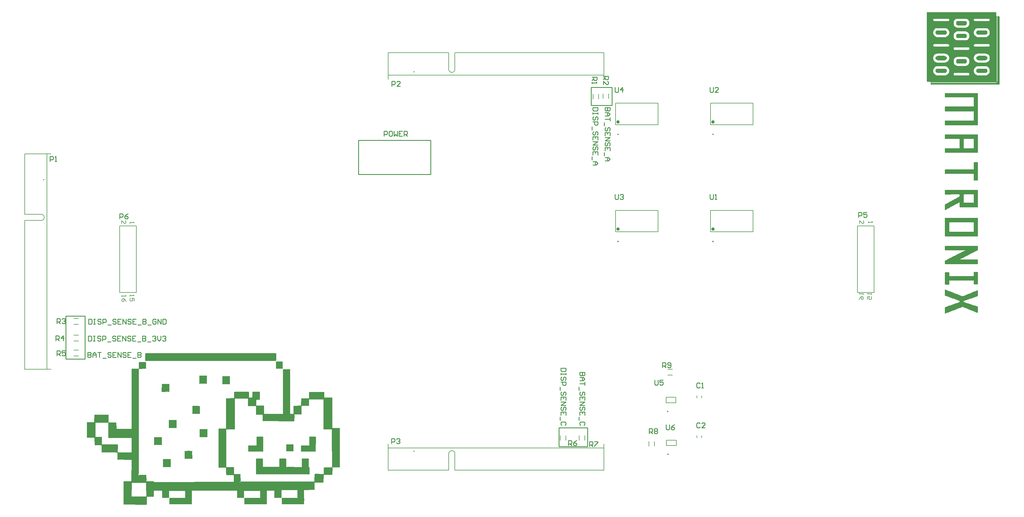
<source format=gto>
G04*
G04 #@! TF.GenerationSoftware,Altium Limited,Altium Designer,22.11.1 (43)*
G04*
G04 Layer_Color=65535*
%FSLAX25Y25*%
%MOIN*%
G70*
G04*
G04 #@! TF.SameCoordinates,87513E5D-72A9-4567-85CC-5DF515F27F8F*
G04*
G04*
G04 #@! TF.FilePolarity,Positive*
G04*
G01*
G75*
%ADD10C,0.00984*%
%ADD11C,0.00787*%
%ADD12C,0.00500*%
%ADD13C,0.01968*%
%ADD14C,0.01000*%
%ADD15C,0.00800*%
G36*
X1225443Y605581D02*
X1225741D01*
Y605283D01*
X1226040D01*
Y604984D01*
X1229621D01*
Y522914D01*
X1146655D01*
Y523212D01*
X1146954D01*
Y525003D01*
X1147252D01*
Y525600D01*
X1146655D01*
Y525898D01*
X1146357D01*
Y526197D01*
X1142477D01*
Y526495D01*
X1142179D01*
Y609759D01*
X1225443D01*
Y605581D01*
D02*
G37*
G36*
X1203657Y474269D02*
X1203359D01*
Y473970D01*
X1164263D01*
Y474269D01*
X1163965D01*
Y479640D01*
X1198584D01*
Y490384D01*
X1198285D01*
Y490683D01*
X1197987D01*
Y490384D01*
X1164263D01*
Y490683D01*
X1163965D01*
Y496055D01*
X1164263D01*
Y496353D01*
X1198584D01*
Y507395D01*
X1163965D01*
Y512469D01*
X1203657D01*
Y474269D01*
D02*
G37*
G36*
X1203359Y462630D02*
X1203657D01*
Y440844D01*
X1163965D01*
Y446215D01*
X1181573D01*
Y457258D01*
X1181274D01*
Y457556D01*
X1163965D01*
Y462630D01*
X1164263D01*
Y462928D01*
X1203359D01*
Y462630D01*
D02*
G37*
G36*
Y429205D02*
X1203657D01*
Y407419D01*
X1199479D01*
Y407120D01*
X1199181D01*
Y407419D01*
X1198584D01*
Y415178D01*
X1198285D01*
Y415476D01*
X1163965D01*
Y420550D01*
X1164263D01*
Y420848D01*
X1198584D01*
Y429205D01*
X1198882D01*
Y429503D01*
X1203359D01*
Y429205D01*
D02*
G37*
G36*
Y395779D02*
X1203657D01*
Y375486D01*
X1203359D01*
Y375187D01*
X1181871D01*
Y375486D01*
X1181573D01*
Y380858D01*
X1181274D01*
Y381156D01*
X1180976D01*
Y380858D01*
X1180677D01*
Y380559D01*
X1179782D01*
Y380261D01*
X1179484D01*
Y379962D01*
X1178887D01*
Y379664D01*
X1178290D01*
Y379365D01*
X1177693D01*
Y379067D01*
X1177394D01*
Y378769D01*
X1176798D01*
Y378470D01*
X1175902D01*
Y378172D01*
X1175604D01*
Y377873D01*
X1175007D01*
Y377575D01*
X1174410D01*
Y377276D01*
X1173813D01*
Y376978D01*
X1173515D01*
Y376679D01*
X1172918D01*
Y376381D01*
X1172321D01*
Y376083D01*
X1171724D01*
Y375784D01*
X1171127D01*
Y375486D01*
X1170531D01*
Y375187D01*
X1169934D01*
Y374889D01*
X1169635D01*
Y374590D01*
X1169038D01*
Y374292D01*
X1168441D01*
Y373994D01*
X1167844D01*
Y373695D01*
X1167248D01*
Y373397D01*
X1166949D01*
Y373098D01*
X1166352D01*
Y372800D01*
X1165755D01*
Y372501D01*
X1165159D01*
Y372203D01*
X1164562D01*
Y371904D01*
X1163965D01*
Y378769D01*
X1164562D01*
Y379067D01*
X1164860D01*
Y379365D01*
X1165457D01*
Y379664D01*
X1166054D01*
Y379962D01*
X1166651D01*
Y380261D01*
X1166949D01*
Y380559D01*
X1167844D01*
Y380858D01*
X1168441D01*
Y381156D01*
X1168740D01*
Y381454D01*
X1169337D01*
Y381753D01*
X1169934D01*
Y382051D01*
X1170531D01*
Y382350D01*
X1170829D01*
Y382648D01*
X1171426D01*
Y382947D01*
X1172023D01*
Y383245D01*
X1172620D01*
Y383544D01*
X1172918D01*
Y383842D01*
X1173813D01*
Y384140D01*
X1174112D01*
Y384439D01*
X1174709D01*
Y384737D01*
X1175305D01*
Y385036D01*
X1175902D01*
Y385334D01*
X1176499D01*
Y385633D01*
X1177096D01*
Y385931D01*
X1177394D01*
Y386229D01*
X1177991D01*
Y386528D01*
X1178588D01*
Y386826D01*
X1179185D01*
Y387125D01*
X1179782D01*
Y387423D01*
X1180379D01*
Y387722D01*
X1180677D01*
Y388020D01*
X1181274D01*
Y388319D01*
X1181573D01*
Y390408D01*
X1181274D01*
Y390706D01*
X1171127D01*
Y390408D01*
X1164263D01*
Y390706D01*
X1163965D01*
Y395779D01*
X1164263D01*
Y396078D01*
X1203359D01*
Y395779D01*
D02*
G37*
G36*
X1203657Y340569D02*
X1203359D01*
Y340270D01*
X1164263D01*
Y340569D01*
X1163965D01*
Y362354D01*
X1203657D01*
Y340569D01*
D02*
G37*
G36*
X1203359Y328631D02*
X1203657D01*
Y323856D01*
X1203359D01*
Y323558D01*
X1202762D01*
Y323259D01*
X1202165D01*
Y322961D01*
X1201568D01*
Y322662D01*
X1201270D01*
Y322364D01*
X1200673D01*
Y322065D01*
X1200076D01*
Y321767D01*
X1199479D01*
Y321468D01*
X1198882D01*
Y321170D01*
X1198285D01*
Y320872D01*
X1197688D01*
Y320573D01*
X1197091D01*
Y320275D01*
X1196494D01*
Y319976D01*
X1195898D01*
Y319678D01*
X1195301D01*
Y319379D01*
X1194704D01*
Y319081D01*
X1194107D01*
Y318783D01*
X1193510D01*
Y318484D01*
X1192913D01*
Y318186D01*
X1192615D01*
Y317887D01*
X1192018D01*
Y317589D01*
X1191123D01*
Y317290D01*
X1190824D01*
Y316992D01*
X1190227D01*
Y316693D01*
X1189631D01*
Y316395D01*
X1189034D01*
Y316097D01*
X1188437D01*
Y315798D01*
X1187840D01*
Y315500D01*
X1187243D01*
Y315201D01*
X1186646D01*
Y314903D01*
X1186049D01*
Y314604D01*
X1185751D01*
Y314306D01*
X1184855D01*
Y314008D01*
X1184557D01*
Y313709D01*
X1183960D01*
Y313411D01*
X1183065D01*
Y313112D01*
X1182468D01*
Y312515D01*
X1203359D01*
Y312217D01*
X1203657D01*
Y307143D01*
X1203359D01*
Y306845D01*
X1163965D01*
Y311023D01*
X1164263D01*
Y311322D01*
X1164860D01*
Y311620D01*
X1165159D01*
Y311918D01*
X1166054D01*
Y312217D01*
X1166651D01*
Y312515D01*
X1167248D01*
Y312814D01*
X1167546D01*
Y313112D01*
X1168441D01*
Y313411D01*
X1168740D01*
Y313709D01*
X1169337D01*
Y314008D01*
X1169934D01*
Y314306D01*
X1170531D01*
Y314604D01*
X1171127D01*
Y314903D01*
X1171724D01*
Y315201D01*
X1172321D01*
Y315500D01*
X1172918D01*
Y315798D01*
X1173515D01*
Y316097D01*
X1174112D01*
Y316395D01*
X1174709D01*
Y316693D01*
X1175305D01*
Y316992D01*
X1175902D01*
Y317290D01*
X1176499D01*
Y317589D01*
X1177096D01*
Y317887D01*
X1177693D01*
Y318186D01*
X1178290D01*
Y318484D01*
X1178887D01*
Y318783D01*
X1179484D01*
Y319081D01*
X1180081D01*
Y319379D01*
X1180677D01*
Y319678D01*
X1181274D01*
Y319976D01*
X1181871D01*
Y320275D01*
X1182468D01*
Y320573D01*
X1182766D01*
Y320872D01*
X1183662D01*
Y321170D01*
X1184259D01*
Y321468D01*
X1184855D01*
Y321767D01*
X1185154D01*
Y322065D01*
X1186049D01*
Y322364D01*
X1186646D01*
Y322662D01*
X1187243D01*
Y322961D01*
X1187840D01*
Y323259D01*
X1188138D01*
Y323558D01*
X1164263D01*
Y323856D01*
X1163965D01*
Y328631D01*
X1164263D01*
Y328929D01*
X1203359D01*
Y328631D01*
D02*
G37*
G36*
X1203657Y282672D02*
X1203060D01*
Y282373D01*
X1198882D01*
Y282672D01*
X1198584D01*
Y287148D01*
X1169038D01*
Y282373D01*
X1168740D01*
Y282075D01*
X1164263D01*
Y282373D01*
X1163965D01*
Y296997D01*
X1164263D01*
Y297295D01*
X1168740D01*
Y296997D01*
X1169038D01*
Y292818D01*
X1169337D01*
Y292520D01*
X1198285D01*
Y292818D01*
X1198584D01*
Y297593D01*
X1203657D01*
Y282672D01*
D02*
G37*
G36*
X1165159Y275808D02*
X1165755D01*
Y275509D01*
X1166949D01*
Y275211D01*
X1167546D01*
Y274912D01*
X1168143D01*
Y274614D01*
X1169038D01*
Y274315D01*
X1169934D01*
Y274017D01*
X1170531D01*
Y273719D01*
X1171127D01*
Y273420D01*
X1172321D01*
Y273122D01*
X1172918D01*
Y272823D01*
X1173813D01*
Y272525D01*
X1174410D01*
Y272226D01*
X1175305D01*
Y271928D01*
X1175902D01*
Y271629D01*
X1176798D01*
Y271331D01*
X1177394D01*
Y271033D01*
X1178290D01*
Y270734D01*
X1178887D01*
Y270436D01*
X1179782D01*
Y270137D01*
X1180677D01*
Y269839D01*
X1181274D01*
Y269540D01*
X1182170D01*
Y269242D01*
X1182766D01*
Y268944D01*
X1183662D01*
Y268645D01*
X1184259D01*
Y268347D01*
X1186049D01*
Y268645D01*
X1186646D01*
Y268944D01*
X1187541D01*
Y269242D01*
X1188138D01*
Y269540D01*
X1188735D01*
Y269839D01*
X1189631D01*
Y270137D01*
X1190526D01*
Y270436D01*
X1191123D01*
Y270734D01*
X1191720D01*
Y271033D01*
X1192615D01*
Y271331D01*
X1193212D01*
Y271629D01*
X1194107D01*
Y271928D01*
X1194704D01*
Y272226D01*
X1195599D01*
Y272525D01*
X1196196D01*
Y272823D01*
X1196793D01*
Y273122D01*
X1197390D01*
Y273420D01*
X1198285D01*
Y273719D01*
X1199181D01*
Y274017D01*
X1199777D01*
Y274315D01*
X1200673D01*
Y274614D01*
X1201270D01*
Y274912D01*
X1202165D01*
Y275211D01*
X1202463D01*
Y275509D01*
X1203657D01*
Y274912D01*
Y274614D01*
Y268347D01*
X1203060D01*
Y268048D01*
X1202165D01*
Y267750D01*
X1201270D01*
Y267451D01*
X1200374D01*
Y267153D01*
X1199479D01*
Y266854D01*
X1198584D01*
Y266556D01*
X1197688D01*
Y266258D01*
X1196793D01*
Y265959D01*
X1196196D01*
Y265661D01*
X1195002D01*
Y265362D01*
X1194107D01*
Y265064D01*
X1193212D01*
Y264765D01*
X1192615D01*
Y264467D01*
X1191421D01*
Y264169D01*
X1190824D01*
Y263870D01*
X1189631D01*
Y263572D01*
X1188735D01*
Y263273D01*
X1187840D01*
Y262975D01*
X1187243D01*
Y262676D01*
X1186646D01*
Y261483D01*
X1186944D01*
Y261184D01*
X1187840D01*
Y260886D01*
X1188437D01*
Y260587D01*
X1189332D01*
Y260289D01*
X1190227D01*
Y259990D01*
X1191421D01*
Y259692D01*
X1192018D01*
Y259394D01*
X1192913D01*
Y259095D01*
X1193809D01*
Y258797D01*
X1194704D01*
Y258498D01*
X1195599D01*
Y258200D01*
X1196494D01*
Y257901D01*
X1197688D01*
Y257603D01*
X1198285D01*
Y257304D01*
X1199181D01*
Y257006D01*
X1200076D01*
Y256708D01*
X1201270D01*
Y256409D01*
X1201866D01*
Y256111D01*
X1202762D01*
Y255812D01*
X1203359D01*
Y255514D01*
X1203657D01*
Y248351D01*
X1203359D01*
Y248053D01*
X1203060D01*
Y248351D01*
X1202463D01*
Y248650D01*
X1201866D01*
Y248948D01*
X1200971D01*
Y249247D01*
X1200374D01*
Y249545D01*
X1199479D01*
Y249844D01*
X1198882D01*
Y250142D01*
X1197987D01*
Y250440D01*
X1197390D01*
Y250739D01*
X1196494D01*
Y251037D01*
X1195898D01*
Y251336D01*
X1195002D01*
Y251634D01*
X1194405D01*
Y251933D01*
X1193809D01*
Y252231D01*
X1192913D01*
Y252529D01*
X1192018D01*
Y252828D01*
X1191421D01*
Y253126D01*
X1190824D01*
Y253425D01*
X1189929D01*
Y253723D01*
X1189332D01*
Y254022D01*
X1188437D01*
Y254320D01*
X1187840D01*
Y254619D01*
X1186944D01*
Y254917D01*
X1186348D01*
Y255215D01*
X1185751D01*
Y255514D01*
X1184855D01*
Y255215D01*
X1183960D01*
Y254917D01*
X1183363D01*
Y254619D01*
X1182468D01*
Y254320D01*
X1181871D01*
Y254022D01*
X1180976D01*
Y253723D01*
X1180379D01*
Y253425D01*
X1179185D01*
Y253126D01*
X1178588D01*
Y252828D01*
X1177991D01*
Y252529D01*
X1177096D01*
Y252231D01*
X1176201D01*
Y251933D01*
X1175604D01*
Y251634D01*
X1175007D01*
Y251336D01*
X1174112D01*
Y251037D01*
X1173216D01*
Y250739D01*
X1172321D01*
Y250440D01*
X1171724D01*
Y250142D01*
X1170829D01*
Y249844D01*
X1170232D01*
Y249545D01*
X1169337D01*
Y249247D01*
X1168740D01*
Y248948D01*
X1167844D01*
Y248650D01*
X1167248D01*
Y248351D01*
X1166352D01*
Y248053D01*
X1165457D01*
Y247754D01*
X1164860D01*
Y247456D01*
X1163965D01*
Y254917D01*
X1164263D01*
Y255215D01*
X1164860D01*
Y255514D01*
X1165755D01*
Y255812D01*
X1166651D01*
Y256111D01*
X1167546D01*
Y256409D01*
X1168143D01*
Y256708D01*
X1169337D01*
Y257006D01*
X1169934D01*
Y257304D01*
X1170829D01*
Y257603D01*
X1171426D01*
Y257901D01*
X1172620D01*
Y258200D01*
X1173216D01*
Y258498D01*
X1174112D01*
Y258797D01*
X1175007D01*
Y259095D01*
X1175902D01*
Y259394D01*
X1176499D01*
Y259692D01*
X1177394D01*
Y259990D01*
X1178290D01*
Y260289D01*
X1179185D01*
Y260587D01*
X1180081D01*
Y260886D01*
X1180677D01*
Y261184D01*
X1181274D01*
Y261483D01*
X1181573D01*
Y262676D01*
X1181274D01*
Y262975D01*
X1180677D01*
Y263273D01*
X1179484D01*
Y263572D01*
X1178887D01*
Y263870D01*
X1177991D01*
Y264169D01*
X1177394D01*
Y264467D01*
X1176201D01*
Y264765D01*
X1175604D01*
Y265064D01*
X1174709D01*
Y265362D01*
X1173813D01*
Y265661D01*
X1172918D01*
Y265959D01*
X1172023D01*
Y266258D01*
X1171426D01*
Y266556D01*
X1170531D01*
Y266854D01*
X1169635D01*
Y267153D01*
X1168740D01*
Y267451D01*
X1168143D01*
Y267750D01*
X1166949D01*
Y268048D01*
X1166352D01*
Y268347D01*
X1165457D01*
Y268645D01*
X1164860D01*
Y268944D01*
X1163965D01*
Y276106D01*
X1165159D01*
Y275808D01*
D02*
G37*
G36*
X361031Y199689D02*
X361162Y199610D01*
X361268Y199347D01*
X361215Y198662D01*
X361241Y190943D01*
X361031Y190679D01*
X360609Y190574D01*
X228566D01*
X204328Y190627D01*
X203959Y190837D01*
X203880Y191127D01*
X203932Y191338D01*
X203906Y199426D01*
X204117Y199689D01*
X204644Y199742D01*
X361031Y199689D01*
D02*
G37*
G36*
X204696Y189204D02*
X204828Y189072D01*
X204881Y188861D01*
X204828Y181274D01*
X204696Y181089D01*
X204486Y181037D01*
X196319Y180984D01*
X196266Y180773D01*
X196240Y180325D01*
X196292Y180167D01*
X196266Y179298D01*
X196292Y57134D01*
X196240Y56976D01*
X196213Y55896D01*
X196240Y55343D01*
X196029Y54974D01*
X195871Y54710D01*
X195818Y54499D01*
X195871Y53182D01*
X196055Y52998D01*
X196266Y52945D01*
X196529Y52998D01*
X196608Y53077D01*
X196846Y53577D01*
X197056Y53630D01*
X198057Y53577D01*
X204512Y53604D01*
X204696Y53525D01*
X204881Y53340D01*
X204934Y53235D01*
X205065Y53050D01*
X205171Y52998D01*
X205250Y52919D01*
X205355Y52655D01*
X205381Y46727D01*
X205355Y46227D01*
X205540Y45937D01*
X205856Y45884D01*
X206014Y45937D01*
X213865Y45884D01*
X214049Y45700D01*
X214102Y45226D01*
X214234Y45094D01*
X214602Y44989D01*
X310237Y45041D01*
X310500Y45199D01*
X310526Y45278D01*
X310316Y45489D01*
X310263Y45595D01*
X310157Y45700D01*
X310184Y52734D01*
X310079Y52998D01*
X309868Y53050D01*
X301384Y53103D01*
X301095Y53340D01*
X301042Y53551D01*
X300989Y56607D01*
X300963Y61428D01*
X300989Y61823D01*
X300805Y62061D01*
X300436Y62113D01*
X299777Y62087D01*
X292532Y62113D01*
X292374Y62061D01*
X291953Y62113D01*
X291768Y62245D01*
X291716Y62614D01*
X291768Y108771D01*
X292005Y109061D01*
X292348Y109087D01*
X297380Y109061D01*
X297538Y109114D01*
X300515Y109087D01*
X300726Y109140D01*
X300884Y109298D01*
X300937Y109509D01*
X300989Y145391D01*
X301121Y145523D01*
X301542Y145628D01*
X310500Y145681D01*
X310632Y145813D01*
X310684Y146024D01*
X310632Y147025D01*
X310658Y152373D01*
X310632Y152926D01*
X310790Y153190D01*
X310869Y153269D01*
X311132Y153374D01*
X311527Y153400D01*
X327572Y153374D01*
X327730Y153427D01*
X328072Y153348D01*
X328257Y153216D01*
X328336Y153137D01*
X328441Y152768D01*
X328389Y152241D01*
X328441Y146761D01*
X328626Y146577D01*
X328836Y146524D01*
X331840Y146577D01*
X332314Y146840D01*
X332393Y146919D01*
X332446Y147130D01*
X332340Y147552D01*
X332393Y148237D01*
X332367Y153321D01*
X332472Y153427D01*
X332841Y153479D01*
X332999Y153427D01*
X341324Y153479D01*
X341377Y153532D01*
X341640Y153374D01*
X341667Y152926D01*
X341614Y152768D01*
X341667Y152557D01*
X341640Y144417D01*
X341667Y143863D01*
X341482Y143679D01*
X341166Y143732D01*
X340903Y143837D01*
X340745Y143784D01*
X338136Y143758D01*
X337926Y143811D01*
X337636Y143837D01*
X337451Y143653D01*
X337293Y143284D01*
X337241Y142441D01*
X337320Y136987D01*
X337530Y136724D01*
X338242Y136750D01*
X345750Y136724D01*
X345908Y136776D01*
X346304Y136697D01*
X346567Y136434D01*
X346620Y135907D01*
X346567Y135538D01*
X346593Y127661D01*
X346567Y127160D01*
X346699Y127029D01*
X347067Y126976D01*
X368961Y126950D01*
X369171Y127002D01*
X369330Y127160D01*
X369382Y127371D01*
X369330Y127898D01*
X369356Y179825D01*
X369330Y180220D01*
X369567Y180510D01*
X369935Y180615D01*
X377734Y180563D01*
X378024Y180325D01*
X378076Y179957D01*
X378024Y179746D01*
X377997Y127239D01*
X378129Y127055D01*
X378208Y126976D01*
X378419Y126923D01*
X378893Y126871D01*
X379051Y126923D01*
X381554Y126897D01*
X381817Y127002D01*
X381975Y127371D01*
X381923Y127582D01*
X381975Y136381D01*
X382160Y136566D01*
X382529Y136618D01*
X390748Y136671D01*
X390880Y136750D01*
X390985Y137013D01*
X391038Y145286D01*
X391223Y145470D01*
X391591Y145523D01*
X400206Y145497D01*
X400391Y145628D01*
X400470Y145707D01*
X400523Y146234D01*
X400470Y146603D01*
X400496Y152426D01*
X400470Y152926D01*
X400628Y153190D01*
X400707Y153269D01*
X400918Y153321D01*
X401919Y153269D01*
X418490Y153295D01*
X418754Y153190D01*
X418912Y153032D01*
X418964Y152821D01*
X418938Y152110D01*
X418964Y147394D01*
X418912Y147236D01*
X418964Y146761D01*
X419202Y146472D01*
X419570Y146366D01*
X428027Y146393D01*
X428238Y146340D01*
X428501Y146129D01*
X428607Y145760D01*
X428581Y145049D01*
X428607Y110879D01*
X428554Y110721D01*
X428607Y110510D01*
X428659Y110036D01*
X428844Y109851D01*
X429213Y109799D01*
X437459Y109772D01*
X437432Y62640D01*
X429186Y62666D01*
X428976Y62614D01*
X428712Y62456D01*
X428659Y62087D01*
X428712Y61876D01*
X428659Y53656D01*
X428528Y53525D01*
X428264Y53419D01*
X427869Y53393D01*
X419412Y53419D01*
X419254Y53367D01*
X418885Y53419D01*
X418411Y53630D01*
X418200Y53577D01*
X418069Y53288D01*
X418016Y44541D01*
X417832Y44356D01*
X417199Y44251D01*
X416672Y44304D01*
X407899Y44277D01*
X407504Y44304D01*
X407267Y44119D01*
X407214Y43751D01*
X407241Y35715D01*
X407135Y35452D01*
X406872Y35346D01*
X394753Y35294D01*
X394568Y35162D01*
X394516Y34793D01*
X394568Y34582D01*
X394621Y25625D01*
X394674Y25467D01*
X394700Y25230D01*
X394648Y19223D01*
X394595Y19012D01*
X394542Y18327D01*
X394410Y18143D01*
X394173Y18064D01*
X393936Y18037D01*
X368118Y18090D01*
X367933Y18169D01*
X367801Y18301D01*
X367749Y18511D01*
X367722Y25493D01*
X367801Y25677D01*
X367881Y25756D01*
X368302Y25862D01*
X368671Y25915D01*
X369198Y25862D01*
X386085Y25888D01*
X386533Y25862D01*
X386665Y25941D01*
X386718Y26152D01*
X386665Y27153D01*
X386691Y35083D01*
X386586Y35188D01*
X386375Y35241D01*
X386006Y35188D01*
X367643Y35214D01*
X367485Y35056D01*
X367433Y34846D01*
X367485Y34688D01*
X367538Y34319D01*
X367485Y33950D01*
X367512Y26020D01*
X367406Y25862D01*
X367116Y25783D01*
X366853Y25730D01*
X366458Y25704D01*
X366300Y25756D01*
X359318Y25730D01*
X359134Y25809D01*
X359055Y25888D01*
X359002Y26099D01*
X358949Y34372D01*
X358765Y34556D01*
X358554Y34609D01*
X357975Y34556D01*
X357817Y34609D01*
X357658Y34556D01*
X350203Y34582D01*
X349939Y34424D01*
X349834Y34161D01*
X349781Y33792D01*
X349834Y33423D01*
X349808Y26020D01*
X349860Y25809D01*
X349913Y25546D01*
X349939Y19355D01*
X349886Y19196D01*
X349834Y18670D01*
X349781Y18301D01*
X349649Y18169D01*
X349386Y18064D01*
X323199Y18116D01*
X323067Y18248D01*
X323014Y18459D01*
X322961Y25098D01*
X322909Y25256D01*
X322961Y25467D01*
X323014Y25572D01*
X323251Y25809D01*
X323357Y25862D01*
X323515Y25915D01*
X324516Y25862D01*
X341034Y25888D01*
X341588Y25862D01*
X341772Y25994D01*
X341825Y26204D01*
X341719Y26731D01*
X341772Y26889D01*
X341719Y34213D01*
X341640Y34293D01*
X341430Y34345D01*
X340745Y34293D01*
X323673Y34240D01*
X323515Y34187D01*
X323251Y34451D01*
X322988Y34556D01*
X322751Y34424D01*
X322645Y34055D01*
X322593Y25836D01*
X322514Y25756D01*
X322145Y25704D01*
X321460Y25756D01*
X315058Y25730D01*
X314373Y25783D01*
X314162Y25888D01*
X314109Y26099D01*
X314136Y26810D01*
X314109Y33634D01*
X314162Y33792D01*
X314083Y34293D01*
X313951Y34477D01*
X313872Y34556D01*
X313662Y34609D01*
X312502Y34556D01*
X260154Y34582D01*
X259943Y34477D01*
X259890Y34372D01*
X259785Y34108D01*
X259838Y25625D01*
X259890Y25467D01*
X259838Y18986D01*
X259785Y18828D01*
X259732Y18301D01*
X259548Y18116D01*
X259179Y18064D01*
X233202Y18116D01*
X233071Y18195D01*
X232965Y18459D01*
X232939Y25493D01*
X233071Y25677D01*
X233150Y25756D01*
X233255Y25809D01*
X233519Y25915D01*
X234362Y25862D01*
X251038Y25888D01*
X251539Y25862D01*
X251776Y26046D01*
X251723Y27047D01*
X251750Y33924D01*
X251697Y34134D01*
X251591Y34293D01*
X251381Y34345D01*
X250696Y34293D01*
X234362D01*
X233624Y34240D01*
X233519Y34187D01*
X233229Y34424D01*
X232939Y34556D01*
X232702Y34424D01*
X232596Y34003D01*
X232623Y26020D01*
X232544Y25836D01*
X232465Y25756D01*
X232096Y25704D01*
X231569Y25756D01*
X225009Y25730D01*
X224324Y25783D01*
X224139Y25915D01*
X224061Y26152D01*
X224113Y26995D01*
X224061Y34266D01*
X223823Y34556D01*
X223613Y34609D01*
X222453Y34556D01*
X214629Y34582D01*
X214418Y34530D01*
X214102Y34266D01*
X214049Y34055D01*
X214075Y27601D01*
X213970Y27337D01*
X213865Y27285D01*
X213601Y27179D01*
X212943Y27206D01*
X206672Y27153D01*
X206093Y27047D01*
X205935Y26889D01*
X205961Y26073D01*
X205908Y25862D01*
X205829Y25572D01*
X205777Y25361D01*
X205724Y17774D01*
X205645Y17695D01*
X205434Y17642D01*
X178088Y17695D01*
X178008Y17774D01*
X177956Y17985D01*
X177982Y18696D01*
X177956Y45331D01*
X178008Y45489D01*
X178061Y45753D01*
X178140Y45832D01*
X178351Y45884D01*
X186729Y45937D01*
X186966Y46174D01*
X187071Y46596D01*
X187098Y57793D01*
X187071Y58346D01*
X187124Y58504D01*
X187177Y58767D01*
X187546Y59136D01*
X187651Y59558D01*
X187598Y60085D01*
X187546Y71519D01*
X187414Y71650D01*
X187203Y71703D01*
X186044Y71650D01*
X171686Y71677D01*
X171449Y71650D01*
X171291Y71703D01*
X170922Y71650D01*
X170632Y71729D01*
X170526Y71782D01*
X170474Y71887D01*
X170421Y72045D01*
X170368Y79844D01*
X170184Y80186D01*
X169973Y80239D01*
X169130Y80186D01*
X168761Y80344D01*
X168287Y80397D01*
X168129Y80344D01*
X151689Y80397D01*
X151452Y80529D01*
X151400Y80739D01*
X151373Y80871D01*
X151426Y81187D01*
X151452Y81319D01*
X151400Y81477D01*
X151426Y88670D01*
X151347Y88854D01*
X151215Y88986D01*
X150794Y89091D01*
X150135Y89065D01*
X143838Y89091D01*
X143680Y89038D01*
X143259Y89091D01*
X143180Y89170D01*
X143074Y89539D01*
X143022Y97970D01*
X142943Y98049D01*
X142732Y98101D01*
X133959Y98128D01*
X133985Y116859D01*
X142469Y116912D01*
X142548Y116991D01*
X142653Y117254D01*
X142706Y125790D01*
X142785Y125869D01*
X143048Y125975D01*
X159356Y126001D01*
X159567Y125948D01*
X159725Y125790D01*
X159777Y125422D01*
X159725Y124789D01*
X159777Y124631D01*
X159830Y118150D01*
X159883Y117992D01*
X159935Y116727D01*
X160015Y116648D01*
X160278Y116543D01*
X160489Y116490D01*
X169025Y116438D01*
X169209Y116306D01*
X169315Y116042D01*
X169367Y109193D01*
X169552Y108956D01*
X169921Y108903D01*
X170131Y108956D01*
X187282Y108929D01*
X187467Y109061D01*
X187546Y109140D01*
X187598Y109351D01*
X187625Y109693D01*
X187598Y180800D01*
X187835Y181089D01*
X188204Y181142D01*
X188573Y181089D01*
X195344Y181116D01*
X195897Y181089D01*
X196055Y181142D01*
X196161Y181195D01*
X196213Y181406D01*
X196240Y188493D01*
X196187Y188651D01*
X196266Y188993D01*
X196398Y189178D01*
X196477Y189257D01*
X204512Y189283D01*
X204696Y189204D01*
D02*
G37*
G36*
X368671Y189678D02*
X368908Y189546D01*
X369013Y189283D01*
X368961Y188124D01*
Y185226D01*
Y185173D01*
X368987Y183302D01*
X368961Y182802D01*
X369013Y182644D01*
X369066Y181801D01*
X368987Y181300D01*
X368776Y181089D01*
X368249Y181037D01*
X361031Y181089D01*
X360793Y181274D01*
X360741Y181485D01*
X360715Y182143D01*
X360741Y188967D01*
X360688Y189125D01*
X360741Y189441D01*
X360873Y189625D01*
X361241Y189731D01*
X368671Y189678D01*
D02*
G37*
G36*
X305679Y172000D02*
X305652Y171342D01*
X305679Y163464D01*
X305626Y163306D01*
X305705Y162806D01*
X305732Y162779D01*
X305679Y162621D01*
X305626Y162516D01*
X305389Y162437D01*
X305178Y162490D01*
X296431Y162542D01*
X296353Y162621D01*
X296405Y163043D01*
X296458Y163201D01*
X296405Y163886D01*
X296431Y171078D01*
X296405Y171315D01*
X296458Y171473D01*
X296405Y171790D01*
X296353Y171948D01*
X296537Y172132D01*
X302649D01*
X305099Y172106D01*
X305415Y172158D01*
X305442Y172185D01*
X305679Y172000D01*
D02*
G37*
G36*
X269269Y172738D02*
X269612Y172712D01*
X269770Y172764D01*
X277331Y172738D01*
X277884Y172764D01*
X278069Y172580D01*
X278016Y172211D01*
X277963Y172053D01*
X278016Y163517D01*
X278069Y163359D01*
X278016Y163148D01*
X277937Y163069D01*
X277568Y163016D01*
X277199Y163069D01*
X272141D01*
X268795Y163043D01*
X268690Y163148D01*
X268742Y164307D01*
X268716Y172659D01*
X268769Y172764D01*
X268980Y172817D01*
X269269Y172738D01*
D02*
G37*
G36*
X232886Y162806D02*
X232912Y161831D01*
Y161778D01*
X232939Y153532D01*
X232860Y153348D01*
X232570Y153269D01*
X232412Y153321D01*
X232201Y153374D01*
X224139Y153321D01*
X223981Y153269D01*
X223771Y153321D01*
X223692Y153400D01*
X223639Y153769D01*
X223692Y153980D01*
X223744Y162885D01*
X223981Y162964D01*
X224324Y162832D01*
X224508Y162806D01*
X224666Y162858D01*
X232280Y162832D01*
X232623Y162964D01*
X232886Y162806D01*
D02*
G37*
G36*
X269612Y136302D02*
X269691Y136065D01*
X269638Y135696D01*
X269585Y135538D01*
X269638Y135327D01*
X269585Y126844D01*
X269506Y126765D01*
X261313Y126792D01*
X260602Y126765D01*
X260417Y126897D01*
X260444Y135723D01*
X260365Y135960D01*
X260417Y136276D01*
X260654Y136355D01*
X267188D01*
X269612Y136302D01*
D02*
G37*
G36*
X241501Y119520D02*
X241528Y119283D01*
X241501Y110299D01*
X241554Y110141D01*
X241448Y109878D01*
X241211Y109799D01*
X240843Y109904D01*
X232386Y109878D01*
X232175Y110036D01*
X232228Y110457D01*
X232280Y110615D01*
X232228Y111142D01*
Y113039D01*
Y113092D01*
X232254Y119019D01*
X232175Y119309D01*
X232228Y119467D01*
X232307Y119546D01*
X232517Y119599D01*
X233202Y119546D01*
X241159Y119599D01*
X241264Y119652D01*
X241501Y119520D01*
D02*
G37*
G36*
X278437Y108455D02*
X278490Y108244D01*
X278437Y107717D01*
Y102606D01*
Y102554D01*
X278464Y98944D01*
X278306Y98786D01*
X277305Y98839D01*
X269322Y98813D01*
X269217Y98865D01*
X269164Y99076D01*
X269217Y99761D01*
X269190Y108429D01*
X269296Y108534D01*
X270771Y108481D01*
X278042Y108534D01*
X278200Y108587D01*
X278437Y108455D01*
D02*
G37*
G36*
X223718Y98944D02*
X223797Y98865D01*
X223850Y98496D01*
X223797Y98338D01*
Y97390D01*
Y97337D01*
X223744Y89434D01*
X223613Y89302D01*
X223349Y89354D01*
X223086Y89460D01*
X222559Y89407D01*
X215208Y89434D01*
X214840Y89328D01*
X214655Y89407D01*
X214576Y89486D01*
X214550Y98786D01*
X214655Y98944D01*
X214866Y98997D01*
X215156Y98918D01*
X215498Y98892D01*
X215656Y98944D01*
X223217Y98918D01*
X223454Y98997D01*
X223718Y98944D01*
D02*
G37*
G36*
X260365Y82215D02*
X260417Y81741D01*
X260365Y81583D01*
X260391Y73073D01*
X260338Y72968D01*
X259917Y72862D01*
X259390Y72915D01*
X251302Y72889D01*
X251196Y72941D01*
X251144Y73152D01*
X251170Y73758D01*
X251144Y82162D01*
X251275Y82347D01*
X251776Y82320D01*
X256386Y82347D01*
X256439D01*
X259574Y82320D01*
X260180Y82347D01*
X260365Y82215D01*
D02*
G37*
G36*
X234441Y72520D02*
X234467Y72283D01*
X234414Y72019D01*
X234388Y71677D01*
X234441Y71519D01*
X234414Y63431D01*
X234467Y63220D01*
X234493Y63088D01*
X234362Y62851D01*
X234151Y62798D01*
X233808Y62877D01*
X233571Y62904D01*
X233413Y62851D01*
X225852Y62877D01*
X225246Y62851D01*
X225114Y62983D01*
X225088Y63167D01*
X225220Y63615D01*
X225167Y63984D01*
X225193Y71966D01*
X225114Y72256D01*
X225167Y72520D01*
X225246Y72599D01*
X226115Y72572D01*
X232623Y72599D01*
X232675D01*
X233861Y72572D01*
X234072Y72625D01*
X234256Y72651D01*
X234441Y72520D01*
D02*
G37*
%LPC*%
G36*
X1216788Y602000D02*
X1199479D01*
Y601702D01*
X1198882D01*
Y601105D01*
X1198584D01*
Y600209D01*
X1198882D01*
Y599613D01*
X1199479D01*
Y599314D01*
X1216788D01*
Y599613D01*
X1217385D01*
Y600209D01*
X1217684D01*
Y601105D01*
X1217385D01*
Y601702D01*
X1216788D01*
Y602000D01*
D02*
G37*
G36*
X1168143D02*
X1150834D01*
Y601702D01*
X1150237D01*
Y601105D01*
X1149938D01*
Y600209D01*
X1150237D01*
Y599613D01*
X1150834D01*
Y599314D01*
X1168143D01*
Y599613D01*
X1168740D01*
Y600209D01*
X1169038D01*
Y601105D01*
X1168740D01*
Y601403D01*
X1168441D01*
Y601702D01*
X1168143D01*
Y602000D01*
D02*
G37*
G36*
X1189332D02*
X1178290D01*
Y601702D01*
X1177693D01*
Y601403D01*
X1176798D01*
Y601105D01*
X1176201D01*
Y600806D01*
X1175902D01*
Y600508D01*
X1175604D01*
Y600209D01*
X1175305D01*
Y599911D01*
X1175007D01*
Y599314D01*
X1174709D01*
Y598419D01*
X1174410D01*
Y594838D01*
X1174709D01*
Y594241D01*
X1175007D01*
Y593345D01*
X1175305D01*
Y593047D01*
X1175604D01*
Y592748D01*
X1175902D01*
Y592450D01*
X1176201D01*
Y592152D01*
X1177096D01*
Y591853D01*
X1177394D01*
Y591555D01*
X1178290D01*
Y591256D01*
X1189332D01*
Y591555D01*
X1190227D01*
Y591853D01*
X1190526D01*
Y592152D01*
X1191421D01*
Y592450D01*
X1191720D01*
Y592748D01*
X1192018D01*
Y593047D01*
X1192316D01*
Y593345D01*
X1192615D01*
Y594241D01*
X1192913D01*
Y594838D01*
X1193212D01*
Y598419D01*
X1192913D01*
Y599314D01*
X1192615D01*
Y599911D01*
X1192316D01*
Y600209D01*
X1192018D01*
Y600508D01*
X1191720D01*
Y600806D01*
X1191421D01*
Y601105D01*
X1190824D01*
Y601403D01*
X1189929D01*
Y601702D01*
X1189332D01*
Y602000D01*
D02*
G37*
G36*
X1214102Y590659D02*
X1202165D01*
Y590361D01*
X1201866D01*
Y590063D01*
X1200971D01*
Y589764D01*
X1200673D01*
Y589466D01*
X1200374D01*
Y589167D01*
X1200076D01*
Y588869D01*
X1199777D01*
Y588570D01*
X1199479D01*
Y587973D01*
X1199181D01*
Y587376D01*
X1198882D01*
Y586481D01*
X1198584D01*
Y584094D01*
X1198882D01*
Y583198D01*
X1199181D01*
Y582601D01*
X1199479D01*
Y582005D01*
X1199777D01*
Y581706D01*
X1200076D01*
Y581408D01*
X1200374D01*
Y581109D01*
X1201270D01*
Y580811D01*
X1201568D01*
Y580513D01*
X1202165D01*
Y579916D01*
X1214102D01*
Y580214D01*
X1214401D01*
Y580513D01*
X1214998D01*
Y580811D01*
X1215594D01*
Y581109D01*
X1215893D01*
Y581408D01*
X1216191D01*
Y581706D01*
X1216490D01*
Y582005D01*
X1216788D01*
Y582601D01*
X1217087D01*
Y583198D01*
X1217385D01*
Y584094D01*
X1217684D01*
Y586481D01*
X1217385D01*
Y587376D01*
X1217087D01*
Y587973D01*
X1216788D01*
Y588570D01*
X1216490D01*
Y588869D01*
X1216191D01*
Y589167D01*
X1215893D01*
Y589764D01*
X1215594D01*
Y590063D01*
X1214998D01*
Y590361D01*
X1214102D01*
Y590659D01*
D02*
G37*
G36*
X1165457D02*
X1153520D01*
Y590361D01*
X1152624D01*
Y590063D01*
X1152027D01*
Y589764D01*
X1151729D01*
Y589167D01*
X1151430D01*
Y588869D01*
X1151132D01*
Y588570D01*
X1150834D01*
Y587973D01*
X1150535D01*
Y587376D01*
X1150237D01*
Y586481D01*
X1149938D01*
Y584094D01*
X1150237D01*
Y583198D01*
X1150535D01*
Y582601D01*
X1150834D01*
Y582005D01*
X1151132D01*
Y581706D01*
X1151430D01*
Y581408D01*
X1151729D01*
Y581109D01*
X1152027D01*
Y580811D01*
X1152624D01*
Y580513D01*
X1153221D01*
Y580214D01*
X1153520D01*
Y579916D01*
X1165457D01*
Y580513D01*
X1166054D01*
Y580811D01*
X1166352D01*
Y581109D01*
X1167248D01*
Y581408D01*
X1167546D01*
Y581706D01*
X1167844D01*
Y582005D01*
X1168143D01*
Y582601D01*
X1168441D01*
Y583198D01*
X1168740D01*
Y584094D01*
X1169038D01*
Y586481D01*
X1168740D01*
Y587376D01*
X1168441D01*
Y587973D01*
X1168143D01*
Y588570D01*
X1167844D01*
Y588869D01*
X1167546D01*
Y589167D01*
X1167248D01*
Y589466D01*
X1166949D01*
Y589764D01*
X1166651D01*
Y590063D01*
X1165755D01*
Y590361D01*
X1165457D01*
Y590659D01*
D02*
G37*
G36*
X1189332Y586780D02*
X1178290D01*
Y586481D01*
X1177693D01*
Y586183D01*
X1177096D01*
Y585884D01*
X1176499D01*
Y585586D01*
X1176201D01*
Y585288D01*
X1175902D01*
Y584989D01*
X1175604D01*
Y584691D01*
X1175305D01*
Y584392D01*
X1175007D01*
Y583795D01*
X1174709D01*
Y583198D01*
X1174410D01*
Y579319D01*
X1174709D01*
Y578722D01*
X1175007D01*
Y578125D01*
X1175305D01*
Y577826D01*
X1175604D01*
Y577528D01*
X1175902D01*
Y577230D01*
X1176201D01*
Y576931D01*
X1176798D01*
Y576633D01*
X1177394D01*
Y576334D01*
X1178588D01*
Y576036D01*
X1189034D01*
Y576334D01*
X1190227D01*
Y576633D01*
X1191123D01*
Y576931D01*
X1191421D01*
Y577230D01*
X1191720D01*
Y577528D01*
X1192018D01*
Y577826D01*
X1192316D01*
Y578125D01*
X1192615D01*
Y578722D01*
X1192913D01*
Y579319D01*
X1193212D01*
Y583198D01*
X1192913D01*
Y583795D01*
X1192615D01*
Y584392D01*
X1192316D01*
Y584691D01*
X1192018D01*
Y584989D01*
X1191720D01*
Y585288D01*
X1191421D01*
Y585586D01*
X1191123D01*
Y585884D01*
X1190526D01*
Y586183D01*
X1189929D01*
Y586481D01*
X1189332D01*
Y586780D01*
D02*
G37*
G36*
X1216788Y571559D02*
X1199777D01*
Y571261D01*
X1199479D01*
Y570962D01*
X1198882D01*
Y570366D01*
X1198584D01*
Y569470D01*
X1198882D01*
Y568873D01*
X1199479D01*
Y568575D01*
X1216788D01*
Y568873D01*
X1217385D01*
Y569470D01*
X1217684D01*
Y570664D01*
X1217385D01*
Y571261D01*
X1216788D01*
Y571559D01*
D02*
G37*
G36*
X1167844D02*
X1150834D01*
Y571261D01*
X1150237D01*
Y570664D01*
X1149938D01*
Y569470D01*
X1150237D01*
Y568873D01*
X1150834D01*
Y568575D01*
X1168143D01*
Y568873D01*
X1168740D01*
Y569470D01*
X1169038D01*
Y570366D01*
X1168740D01*
Y570962D01*
X1168143D01*
Y571261D01*
X1167844D01*
Y571559D01*
D02*
G37*
G36*
X1192913Y567381D02*
X1174709D01*
Y567083D01*
X1174410D01*
Y564994D01*
X1174709D01*
Y564695D01*
X1175305D01*
Y564397D01*
X1192316D01*
Y564695D01*
X1192913D01*
Y564994D01*
X1193212D01*
Y567083D01*
X1192913D01*
Y567381D01*
D02*
G37*
G36*
X1212610Y560219D02*
X1203657D01*
Y559920D01*
X1202463D01*
Y559622D01*
X1201568D01*
Y559323D01*
X1201270D01*
Y559025D01*
X1200673D01*
Y558727D01*
X1200374D01*
Y558428D01*
X1200076D01*
Y558130D01*
X1199777D01*
Y557831D01*
X1199479D01*
Y557234D01*
X1199181D01*
Y556637D01*
X1198882D01*
Y555742D01*
X1198584D01*
Y553653D01*
X1198882D01*
Y552758D01*
X1199181D01*
Y552161D01*
X1199479D01*
Y551564D01*
X1199777D01*
Y551266D01*
X1200076D01*
Y550967D01*
X1200374D01*
Y550669D01*
X1200673D01*
Y550370D01*
X1200971D01*
Y550072D01*
X1201568D01*
Y549773D01*
X1202463D01*
Y549475D01*
X1203359D01*
Y549177D01*
X1213505D01*
Y549475D01*
X1214102D01*
Y549773D01*
X1214998D01*
Y550072D01*
X1215594D01*
Y550370D01*
X1215893D01*
Y550669D01*
X1216191D01*
Y550967D01*
X1216490D01*
Y551266D01*
X1216788D01*
Y551862D01*
X1217087D01*
Y552161D01*
X1217385D01*
Y553355D01*
X1217684D01*
Y555742D01*
X1217385D01*
Y556936D01*
X1217087D01*
Y557533D01*
X1216788D01*
Y558130D01*
X1216490D01*
Y558428D01*
X1216191D01*
Y558727D01*
X1215893D01*
Y559025D01*
X1215296D01*
Y559323D01*
X1214998D01*
Y559622D01*
X1214102D01*
Y559920D01*
X1212610D01*
Y560219D01*
D02*
G37*
G36*
X1163965D02*
X1155012D01*
Y559920D01*
X1153520D01*
Y559622D01*
X1152624D01*
Y559323D01*
X1152326D01*
Y559025D01*
X1151729D01*
Y558727D01*
X1151430D01*
Y558428D01*
X1151132D01*
Y558130D01*
X1150834D01*
Y557533D01*
X1150535D01*
Y556936D01*
X1150237D01*
Y555742D01*
X1149938D01*
Y553355D01*
X1150237D01*
Y552459D01*
X1150535D01*
Y551862D01*
X1150834D01*
Y551266D01*
X1151132D01*
Y550967D01*
X1151430D01*
Y550669D01*
X1151729D01*
Y550370D01*
X1152027D01*
Y550072D01*
X1152624D01*
Y549773D01*
X1153520D01*
Y549475D01*
X1154116D01*
Y549177D01*
X1164263D01*
Y549475D01*
X1165159D01*
Y549773D01*
X1166054D01*
Y550072D01*
X1166651D01*
Y550370D01*
X1166949D01*
Y550669D01*
X1167248D01*
Y550967D01*
X1167546D01*
Y551266D01*
X1167844D01*
Y551564D01*
X1168143D01*
Y552161D01*
X1168441D01*
Y552758D01*
X1168740D01*
Y553653D01*
X1169038D01*
Y555742D01*
X1168740D01*
Y556637D01*
X1168441D01*
Y557234D01*
X1168143D01*
Y557831D01*
X1167844D01*
Y558130D01*
X1167546D01*
Y558428D01*
X1167248D01*
Y558727D01*
X1166949D01*
Y559025D01*
X1166352D01*
Y559323D01*
X1166054D01*
Y559622D01*
X1165159D01*
Y559920D01*
X1163965D01*
Y560219D01*
D02*
G37*
G36*
X1188735Y556041D02*
X1178887D01*
Y555742D01*
X1177096D01*
Y555444D01*
X1176798D01*
Y555145D01*
X1176201D01*
Y554847D01*
X1175902D01*
Y554548D01*
X1175604D01*
Y554250D01*
X1175305D01*
Y553952D01*
X1175007D01*
Y553355D01*
X1174709D01*
Y552161D01*
X1174410D01*
Y548878D01*
X1174709D01*
Y548281D01*
X1175007D01*
Y547386D01*
X1175305D01*
Y547087D01*
X1175604D01*
Y546789D01*
X1175902D01*
Y546491D01*
X1176201D01*
Y546192D01*
X1177096D01*
Y545894D01*
X1177394D01*
Y545595D01*
X1178588D01*
Y545297D01*
X1189034D01*
Y545595D01*
X1190227D01*
Y545894D01*
X1190526D01*
Y546192D01*
X1191421D01*
Y546491D01*
X1191720D01*
Y546789D01*
X1192018D01*
Y547087D01*
X1192316D01*
Y547386D01*
X1192615D01*
Y548281D01*
X1192913D01*
Y548878D01*
X1193212D01*
Y552758D01*
X1192913D01*
Y553355D01*
X1192615D01*
Y553952D01*
X1192316D01*
Y554250D01*
X1192018D01*
Y554548D01*
X1191720D01*
Y554847D01*
X1191421D01*
Y555145D01*
X1190824D01*
Y555444D01*
X1190526D01*
Y555742D01*
X1188735D01*
Y556041D01*
D02*
G37*
G36*
X1214401Y544700D02*
X1202165D01*
Y544402D01*
X1201568D01*
Y544103D01*
X1201270D01*
Y543805D01*
X1200673D01*
Y543506D01*
X1200374D01*
Y543208D01*
X1200076D01*
Y542909D01*
X1199777D01*
Y542611D01*
X1199479D01*
Y542014D01*
X1199181D01*
Y541417D01*
X1198882D01*
Y540522D01*
X1198584D01*
Y538433D01*
X1198882D01*
Y537239D01*
X1199181D01*
Y536642D01*
X1199479D01*
Y536045D01*
X1199777D01*
Y535747D01*
X1200076D01*
Y535448D01*
X1200374D01*
Y535150D01*
X1200673D01*
Y534852D01*
X1201568D01*
Y534553D01*
X1202165D01*
Y533956D01*
X1214102D01*
Y534255D01*
X1214401D01*
Y534553D01*
X1214998D01*
Y534852D01*
X1215594D01*
Y535150D01*
X1215893D01*
Y535448D01*
X1216191D01*
Y535747D01*
X1216490D01*
Y536045D01*
X1216788D01*
Y536642D01*
X1217087D01*
Y536941D01*
X1217385D01*
Y538134D01*
X1217684D01*
Y540522D01*
X1217385D01*
Y541417D01*
X1217087D01*
Y542014D01*
X1216788D01*
Y542611D01*
X1216490D01*
Y542909D01*
X1216191D01*
Y543506D01*
X1215893D01*
Y543805D01*
X1215296D01*
Y544103D01*
X1214998D01*
Y544402D01*
X1214401D01*
Y544700D01*
D02*
G37*
G36*
X1192316Y536941D02*
X1175305D01*
Y536642D01*
X1175007D01*
Y536344D01*
X1174410D01*
Y534553D01*
X1174709D01*
Y533956D01*
X1192913D01*
Y534553D01*
X1193212D01*
Y536344D01*
X1192913D01*
Y536642D01*
X1192316D01*
Y536941D01*
D02*
G37*
G36*
X1165457Y544700D02*
X1153221D01*
Y544402D01*
X1152624D01*
Y544103D01*
X1152326D01*
Y543805D01*
X1151729D01*
Y543506D01*
X1151430D01*
Y542909D01*
X1151132D01*
Y542611D01*
X1150834D01*
Y542014D01*
X1150535D01*
Y541417D01*
X1150237D01*
Y540522D01*
X1149938D01*
Y538134D01*
X1150237D01*
Y536941D01*
X1150535D01*
Y536642D01*
X1150834D01*
Y536045D01*
X1151132D01*
Y535747D01*
X1151430D01*
Y535448D01*
X1151729D01*
Y535150D01*
X1152027D01*
Y534852D01*
X1152624D01*
Y534553D01*
X1153221D01*
Y534255D01*
X1153520D01*
Y533956D01*
X1165457D01*
Y534553D01*
X1166054D01*
Y534852D01*
X1166949D01*
Y535150D01*
X1167248D01*
Y535448D01*
X1167546D01*
Y535747D01*
X1167844D01*
Y536045D01*
X1168143D01*
Y536642D01*
X1168441D01*
Y537239D01*
X1168740D01*
Y538433D01*
X1169038D01*
Y540522D01*
X1168740D01*
Y541417D01*
X1168441D01*
Y542014D01*
X1168143D01*
Y542611D01*
X1167844D01*
Y542909D01*
X1167546D01*
Y543208D01*
X1167248D01*
Y543506D01*
X1166949D01*
Y543805D01*
X1166352D01*
Y544103D01*
X1166054D01*
Y544402D01*
X1165457D01*
Y544700D01*
D02*
G37*
G36*
X1226637Y604686D02*
X1226040D01*
Y525898D01*
X1226637D01*
Y526794D01*
X1226935D01*
Y604089D01*
X1226637D01*
Y604686D01*
D02*
G37*
G36*
X1225741Y525600D02*
X1147551D01*
Y525003D01*
X1225741D01*
Y525600D01*
D02*
G37*
%LPD*%
G36*
X1188735Y599016D02*
X1189332D01*
Y598717D01*
X1189631D01*
Y598419D01*
X1189929D01*
Y598120D01*
X1190227D01*
Y595136D01*
X1189929D01*
Y594838D01*
X1189631D01*
Y594539D01*
X1188735D01*
Y593942D01*
X1178887D01*
Y594539D01*
X1177991D01*
Y594838D01*
X1177693D01*
Y595136D01*
X1177394D01*
Y598120D01*
X1177693D01*
Y598419D01*
X1177991D01*
Y598717D01*
X1178290D01*
Y599016D01*
X1178887D01*
Y599314D01*
X1188735D01*
Y599016D01*
D02*
G37*
G36*
X1213804Y587376D02*
X1214102D01*
Y587078D01*
X1214401D01*
Y586780D01*
X1214699D01*
Y586183D01*
X1214998D01*
Y584691D01*
X1214699D01*
Y583795D01*
X1214401D01*
Y583497D01*
X1213804D01*
Y583198D01*
X1213505D01*
Y582900D01*
X1202762D01*
Y583198D01*
X1202463D01*
Y583497D01*
X1202165D01*
Y583795D01*
X1201866D01*
Y584094D01*
X1201568D01*
Y585586D01*
Y585884D01*
Y586481D01*
X1201866D01*
Y586780D01*
X1202165D01*
Y587078D01*
X1202463D01*
Y587376D01*
X1202762D01*
Y587675D01*
X1213804D01*
Y587376D01*
D02*
G37*
G36*
X1164860D02*
X1165159D01*
Y587078D01*
X1165457D01*
Y586780D01*
X1165755D01*
Y586481D01*
X1166054D01*
Y584094D01*
X1165755D01*
Y583795D01*
X1165457D01*
Y583497D01*
X1165159D01*
Y583198D01*
X1164860D01*
Y582900D01*
X1154116D01*
Y583198D01*
X1153818D01*
Y583497D01*
X1153221D01*
Y583795D01*
X1152923D01*
Y584691D01*
X1152624D01*
Y585586D01*
Y585884D01*
Y586183D01*
X1152923D01*
Y586780D01*
X1153221D01*
Y587078D01*
X1153520D01*
Y587376D01*
X1153818D01*
Y587675D01*
X1164860D01*
Y587376D01*
D02*
G37*
G36*
X1188735Y583497D02*
X1189332D01*
Y583198D01*
X1189631D01*
Y582900D01*
X1189929D01*
Y582601D01*
X1190227D01*
Y579916D01*
X1189929D01*
Y579617D01*
X1189631D01*
Y579319D01*
X1189332D01*
Y579020D01*
X1189034D01*
Y578722D01*
X1178588D01*
Y579020D01*
X1178290D01*
Y579319D01*
X1177991D01*
Y579617D01*
X1177693D01*
Y579916D01*
X1177394D01*
Y582601D01*
X1177693D01*
Y582900D01*
X1177991D01*
Y583198D01*
X1178290D01*
Y583497D01*
X1178887D01*
Y583795D01*
X1188735D01*
Y583497D01*
D02*
G37*
G36*
X1212610Y557234D02*
X1212909D01*
Y556936D01*
X1213804D01*
Y556637D01*
X1214102D01*
Y556339D01*
X1214401D01*
Y556041D01*
X1214699D01*
Y555444D01*
X1214998D01*
Y554250D01*
Y553952D01*
X1214699D01*
Y553355D01*
X1214401D01*
Y553056D01*
X1214102D01*
Y552758D01*
X1213804D01*
Y552459D01*
X1213505D01*
Y552161D01*
X1212312D01*
Y551862D01*
X1204254D01*
Y552161D01*
X1202762D01*
Y552758D01*
X1202463D01*
Y553056D01*
X1202165D01*
Y553355D01*
X1201866D01*
Y553653D01*
X1201568D01*
Y555742D01*
X1201866D01*
Y556041D01*
X1202165D01*
Y556339D01*
X1202463D01*
Y556637D01*
X1203060D01*
Y556936D01*
X1203657D01*
Y557234D01*
X1203955D01*
Y557533D01*
X1212610D01*
Y557234D01*
D02*
G37*
G36*
X1163666D02*
X1163965D01*
Y556936D01*
X1164562D01*
Y556637D01*
X1165159D01*
Y556339D01*
X1165457D01*
Y556041D01*
X1165755D01*
Y555742D01*
X1166054D01*
Y553653D01*
X1165755D01*
Y553355D01*
X1165457D01*
Y553056D01*
X1165159D01*
Y552758D01*
X1164860D01*
Y552161D01*
X1163368D01*
Y551862D01*
X1155310D01*
Y552161D01*
X1154116D01*
Y552459D01*
X1153818D01*
Y552758D01*
X1153520D01*
Y553056D01*
X1153221D01*
Y553355D01*
X1152923D01*
Y553952D01*
X1152624D01*
Y555444D01*
X1152923D01*
Y556041D01*
X1153221D01*
Y556339D01*
X1153520D01*
Y556637D01*
X1154116D01*
Y556936D01*
X1154713D01*
Y557234D01*
X1155012D01*
Y557533D01*
X1163666D01*
Y557234D01*
D02*
G37*
G36*
X1188735Y553056D02*
X1189332D01*
Y552758D01*
X1189631D01*
Y552459D01*
X1189929D01*
Y552161D01*
X1190227D01*
Y549475D01*
X1189929D01*
Y549177D01*
X1189631D01*
Y548878D01*
X1189332D01*
Y548281D01*
X1178290D01*
Y548878D01*
X1177991D01*
Y549177D01*
X1177693D01*
Y549475D01*
X1177394D01*
Y552161D01*
X1177693D01*
Y552459D01*
X1177991D01*
Y552758D01*
X1178290D01*
Y553056D01*
X1178887D01*
Y553355D01*
X1188735D01*
Y553056D01*
D02*
G37*
G36*
X1213804Y541417D02*
X1214102D01*
Y541119D01*
X1214401D01*
Y540820D01*
X1214699D01*
Y540223D01*
X1214998D01*
Y538731D01*
X1214699D01*
Y537836D01*
X1214102D01*
Y537537D01*
X1213804D01*
Y537239D01*
X1213505D01*
Y536941D01*
X1202762D01*
Y537239D01*
X1202463D01*
Y537537D01*
X1202165D01*
Y537836D01*
X1201866D01*
Y538134D01*
X1201568D01*
Y540522D01*
X1201866D01*
Y540820D01*
X1202165D01*
Y541119D01*
X1202463D01*
Y541417D01*
X1202762D01*
Y541716D01*
X1213804D01*
Y541417D01*
D02*
G37*
G36*
X1164860D02*
X1165159D01*
Y541119D01*
X1165457D01*
Y540820D01*
X1165755D01*
Y540522D01*
X1166054D01*
Y538134D01*
X1165755D01*
Y537836D01*
X1165457D01*
Y537537D01*
X1165159D01*
Y537239D01*
X1164860D01*
Y536941D01*
X1154116D01*
Y537239D01*
X1153818D01*
Y537537D01*
X1153520D01*
Y537836D01*
X1152923D01*
Y538731D01*
X1152624D01*
Y540223D01*
X1152923D01*
Y540820D01*
X1153221D01*
Y541119D01*
X1153520D01*
Y541417D01*
X1153818D01*
Y541716D01*
X1164860D01*
Y541417D01*
D02*
G37*
%LPC*%
G36*
X1198584Y457556D02*
X1186944D01*
Y457258D01*
X1186646D01*
Y446514D01*
X1186944D01*
Y446215D01*
X1198584D01*
Y457556D01*
D02*
G37*
G36*
Y390706D02*
X1186944D01*
Y390408D01*
X1186646D01*
Y380858D01*
X1197987D01*
Y380559D01*
X1198285D01*
Y380858D01*
X1198584D01*
Y390706D01*
D02*
G37*
G36*
X1198285Y357281D02*
X1169635D01*
Y356983D01*
X1169337D01*
Y346239D01*
X1169635D01*
Y345940D01*
X1198584D01*
Y356983D01*
X1198285D01*
Y357281D01*
D02*
G37*
G36*
X326782Y145312D02*
X325780Y145260D01*
X311791Y145286D01*
X311607Y145207D01*
X311527Y145128D01*
X311475Y108613D01*
X311238Y108323D01*
X310869Y108165D01*
X301437Y108113D01*
X301358Y108034D01*
X301305Y107823D01*
X301332Y63536D01*
X301279Y63325D01*
X301253Y62983D01*
X301384Y62851D01*
X310079Y62798D01*
X310368Y62614D01*
X310474Y62350D01*
X310526Y61982D01*
X310500Y55000D01*
X310553Y54789D01*
X310658Y54631D01*
X311132Y54579D01*
X311290Y54631D01*
X318035Y54579D01*
X318272Y54341D01*
X318351Y53999D01*
X318377Y46122D01*
X318325Y45963D01*
X318377Y45647D01*
X318614Y45568D01*
X318825Y45621D01*
X384478D01*
X406793Y45595D01*
X406977Y45674D01*
X407056Y45911D01*
X407003Y46438D01*
X407056Y54394D01*
X407241Y54579D01*
X407451Y54631D01*
X407820Y54684D01*
X417779Y54631D01*
X417937Y54579D01*
X418200Y54737D01*
X418227Y61560D01*
X418174Y61718D01*
X418227Y61929D01*
X418279Y62034D01*
X418464Y62219D01*
X418727Y62324D01*
X419096Y62377D01*
X427553Y62350D01*
X427737Y62482D01*
X427816Y62561D01*
X427922Y62930D01*
X427975Y63457D01*
X428133Y63615D01*
X428238Y63878D01*
X428185Y64511D01*
X428133Y64669D01*
X428159Y81556D01*
X428106Y81872D01*
X428001Y82294D01*
X427975Y107507D01*
X428027Y107665D01*
X427975Y107981D01*
X427843Y108113D01*
X427474Y108165D01*
X418148Y108218D01*
X417858Y108508D01*
X417779Y108850D01*
X417753Y143547D01*
X417805Y143600D01*
X417753Y143758D01*
X417700Y144127D01*
X417568Y144258D01*
X417146Y144311D01*
X416989Y144258D01*
X400839Y144285D01*
X400733Y144232D01*
X400681Y144021D01*
X400654Y143415D01*
X400681Y136961D01*
X400628Y136803D01*
X400575Y136592D01*
X400496Y136513D01*
X400127Y136408D01*
X391723Y136434D01*
X391618Y136328D01*
X391565Y136118D01*
X391591Y135406D01*
X391539Y126502D01*
X391433Y126344D01*
X391223Y126291D01*
X390906Y126238D01*
X390748Y126291D01*
X383161Y126238D01*
X383029Y126107D01*
X383082Y124789D01*
X383029Y118308D01*
X382792Y118018D01*
X382423Y117966D01*
X345065Y118018D01*
X344881Y118150D01*
X344776Y118414D01*
X344802Y125553D01*
X344670Y125738D01*
X344380Y125817D01*
X344169Y125764D01*
X337214Y125817D01*
X336925Y126054D01*
X336872Y126265D01*
X336925Y134695D01*
X336872Y136170D01*
X336635Y136249D01*
X327467Y136302D01*
X327177Y136539D01*
X327124Y136908D01*
X327150Y144733D01*
X327098Y145154D01*
X326992Y145260D01*
X326782Y145312D01*
D02*
G37*
G36*
X337847Y144575D02*
X337662Y144548D01*
X337688Y144469D01*
X337715Y144443D01*
X337794Y144417D01*
X337873Y144496D01*
X337847Y144575D01*
D02*
G37*
G36*
X159488Y116280D02*
X158170Y116227D01*
X144339Y116253D01*
X144181Y116148D01*
X144128Y115937D01*
X144155Y115226D01*
X144128Y100235D01*
X144181Y100077D01*
X144128Y99656D01*
X144076Y99497D01*
X144207Y99260D01*
X144418Y99208D01*
X151742Y99155D01*
X151979Y98971D01*
X152032Y98760D01*
X151979Y94545D01*
X151927Y94387D01*
X151900Y90250D01*
X151953Y90145D01*
X152164Y90092D01*
X170816Y90039D01*
X170948Y89908D01*
X171001Y89697D01*
X171053Y88854D01*
X171027Y80608D01*
X171132Y80502D01*
X171370Y80476D01*
X187335Y80529D01*
X187440Y80581D01*
X187493Y80792D01*
X187440Y81477D01*
X187467Y97732D01*
X187388Y97917D01*
X187150Y97996D01*
X186307Y97943D01*
X160146Y97917D01*
X159830Y97970D01*
X159672Y98075D01*
X159619Y98286D01*
Y98338D01*
Y98391D01*
X159593Y108376D01*
X159619Y116095D01*
X159488Y116280D01*
D02*
G37*
G36*
X317877Y45041D02*
X317824Y44989D01*
X317771D01*
X317613Y45041D01*
X317403Y44989D01*
X317323Y44962D01*
X317271Y44804D01*
X317403Y44620D01*
X317613Y44567D01*
X318035Y44620D01*
X318166Y44752D01*
X318114Y44962D01*
X317903Y45015D01*
X317877Y45041D01*
D02*
G37*
G36*
X188046Y43988D02*
X187835Y43935D01*
X187756Y43856D01*
X187704Y43645D01*
X187677Y27653D01*
X187730Y27443D01*
X187835Y27337D01*
X189311Y27390D01*
X204960Y27337D01*
X205013D01*
X205144Y27469D01*
X205197Y27680D01*
X205144Y28365D01*
X205092Y34372D01*
X204828Y34793D01*
X204776Y35162D01*
X204802Y43566D01*
X204749Y43777D01*
X204644Y43882D01*
X204433Y43935D01*
X203669Y43909D01*
X188731Y43935D01*
X188573Y43882D01*
X188204Y43935D01*
X188046Y43988D01*
D02*
G37*
%LPD*%
G36*
X408400Y99366D02*
X408637Y99181D01*
X408742Y98918D01*
X408690Y81688D01*
X408505Y81451D01*
X408136Y81345D01*
X391117Y81398D01*
X390933Y81583D01*
X390827Y81846D01*
X390880Y88801D01*
X391223Y88933D01*
X391433Y88880D01*
X400549Y88933D01*
X400786Y89170D01*
X400839Y89539D01*
X400786Y89697D01*
X400839Y99181D01*
X400918Y99313D01*
X401181Y99418D01*
X404448D01*
X408400Y99366D01*
D02*
G37*
G36*
X381738Y90092D02*
X381923Y89908D01*
X381975Y89328D01*
X381923Y89170D01*
X381949Y82399D01*
X381896Y81978D01*
X381738Y81820D01*
X381527Y81767D01*
X373255Y81820D01*
X373176Y81899D01*
X373071Y82268D01*
Y87484D01*
Y87537D01*
X373123Y89908D01*
X373202Y90039D01*
X373466Y90145D01*
X381738Y90092D01*
D02*
G37*
G36*
X345171Y99366D02*
X345408Y99181D01*
X345513Y98813D01*
X345461Y81741D01*
X345276Y81451D01*
X344907Y81345D01*
X331207D01*
X327888Y81398D01*
X327809Y81477D01*
X327651Y81846D01*
X327598Y82215D01*
X327651Y88749D01*
X327783Y88880D01*
X337320Y88933D01*
X337557Y89170D01*
X337610Y99234D01*
X337688Y99313D01*
X337952Y99418D01*
X345171Y99366D01*
D02*
G37*
G36*
X399917Y73178D02*
X400022Y73073D01*
X400101Y73047D01*
X400154Y72941D01*
X400259Y72678D01*
X400312Y72151D01*
X400259Y71993D01*
Y69516D01*
Y69464D01*
X400285Y63958D01*
X400259Y63352D01*
X400312Y63193D01*
X400364Y63088D01*
X400496Y62956D01*
X400839Y62825D01*
X400944Y62772D01*
X401049Y62508D01*
X401102Y62140D01*
X401049Y61771D01*
X401076Y54947D01*
X401023Y54526D01*
X400944Y54341D01*
X400865Y54210D01*
X400760Y54157D01*
X400496Y54052D01*
X399811Y53999D01*
X399653Y54052D01*
X337557Y54025D01*
X337293Y54078D01*
X337004Y54262D01*
X336872Y54605D01*
X336714Y55237D01*
X336766Y62930D01*
X336819Y63088D01*
X336872Y72730D01*
X337109Y73020D01*
X337214Y73126D01*
X337847Y73231D01*
X338215Y73178D01*
X344617Y73205D01*
X344828Y73152D01*
X345013Y73020D01*
X345144Y72889D01*
X345250Y72520D01*
X345302Y63141D01*
X345381Y63062D01*
X345592Y63009D01*
X364614Y63062D01*
X364745Y63193D01*
X364798Y72730D01*
X365035Y73073D01*
X365299Y73178D01*
X365668Y73231D01*
X366036Y73178D01*
X372386Y73205D01*
X372702Y73152D01*
X372991Y72968D01*
X373123Y72730D01*
X373176Y72520D01*
X373229Y63141D01*
X373308Y63062D01*
X373729Y62956D01*
X374098Y63009D01*
X391618Y62983D01*
X391828Y63088D01*
X391881Y63299D01*
X391908Y63694D01*
X391881Y72572D01*
X392118Y73020D01*
X392224Y73073D01*
X392487Y73178D01*
X393040Y73205D01*
X399337Y73178D01*
X399495Y73231D01*
X399917Y73178D01*
D02*
G37*
D10*
X831555Y129901D02*
G03*
X831555Y129901I-492J0D01*
G01*
X832055Y78401D02*
G03*
X832055Y78401I-492J0D01*
G01*
X771992Y463035D02*
G03*
X771992Y463035I-492J0D01*
G01*
X885992D02*
G03*
X885992Y463035I-492J0D01*
G01*
X771992Y334228D02*
G03*
X771992Y334228I-492J0D01*
G01*
X885992Y334228D02*
G03*
X885992Y334228I-492J0D01*
G01*
D11*
X527132Y81890D02*
G03*
X527132Y81890I-557J0D01*
G01*
X527132Y538177D02*
G03*
X527132Y538177I-557J0D01*
G01*
X82446Y408477D02*
G03*
X82446Y408477I-557J0D01*
G01*
X829095Y140261D02*
Y146739D01*
X840905D01*
Y140261D02*
Y146739D01*
X829095Y140261D02*
X840905D01*
X829595Y88761D02*
Y95239D01*
X841405D01*
Y88761D02*
Y95239D01*
X829595Y88761D02*
X841405D01*
X831146Y173654D02*
X836854D01*
X831146Y180346D02*
X836854D01*
X815347Y88146D02*
Y93854D01*
X808654Y88146D02*
Y93854D01*
X871953Y98122D02*
Y100878D01*
X866047Y98122D02*
Y100878D01*
X871953Y146122D02*
Y148878D01*
X866047Y146122D02*
Y148878D01*
X760346Y506146D02*
Y511854D01*
X753653Y506146D02*
Y511854D01*
X724946Y95146D02*
Y100854D01*
X731639Y95146D02*
Y100854D01*
X702307Y95146D02*
Y100854D01*
X709000Y95146D02*
Y100854D01*
X118146Y203346D02*
X123854D01*
X118146Y196654D02*
X123854D01*
X118146Y221346D02*
X123854D01*
X118146Y214654D02*
X123854D01*
X118146Y234654D02*
X123854D01*
X118146Y241346D02*
X123854D01*
X748331Y505646D02*
Y511354D01*
X741638Y505646D02*
Y511354D01*
X173071Y272992D02*
Y352992D01*
X193071Y272992D02*
Y352992D01*
X173071D02*
X193071D01*
X173071Y272992D02*
X193071D01*
X1058898D02*
Y352992D01*
X1078898Y272992D02*
Y352992D01*
X1058898D02*
X1078898D01*
X1058898Y272992D02*
X1078898D01*
X768409Y474649D02*
X819591D01*
Y500437D01*
X768409D02*
X819591D01*
X768409Y474649D02*
Y500437D01*
X882409Y474650D02*
X933591D01*
Y500437D01*
X882409D02*
X933591D01*
X882409Y474650D02*
Y500437D01*
X768409Y345843D02*
Y371630D01*
X819591D01*
Y345843D02*
Y371630D01*
X768409Y345843D02*
X819591D01*
X882409Y345842D02*
Y371630D01*
X933591D01*
Y345842D02*
Y371630D01*
X882409Y345842D02*
X933591D01*
D12*
X572216Y82678D02*
G03*
X568110Y78712I-70J-4036D01*
G01*
X575589Y78717D02*
G03*
X572267Y82675I-3640J318D01*
G01*
X572267Y537391D02*
G03*
X575589Y541350I-318J3640D01*
G01*
X568110Y541354D02*
G03*
X572216Y537389I4036J70D01*
G01*
X82678Y362836D02*
G03*
X78712Y366943I-4036J70D01*
G01*
X78717Y359464D02*
G03*
X82675Y362785I318J3640D01*
G01*
X495472Y59055D02*
Y85827D01*
X754528D01*
Y59055D02*
Y85827D01*
X495472Y59055D02*
X568110D01*
X575591D02*
X754528D01*
X568110D02*
Y78740D01*
X575591Y59055D02*
Y78740D01*
X495472Y85827D02*
Y90945D01*
X754528Y85827D02*
Y90945D01*
X754527Y529122D02*
Y534240D01*
X495472Y529122D02*
Y534240D01*
X575590Y541326D02*
Y561011D01*
X568110Y541326D02*
Y561011D01*
X575590D02*
X754527D01*
X495472D02*
X568110D01*
X754527Y534240D02*
Y561011D01*
X495472Y534240D02*
X754527D01*
X495472D02*
Y561011D01*
X59055Y439580D02*
X85827D01*
Y180525D02*
Y439580D01*
X59055Y180525D02*
X85827D01*
X59055Y366942D02*
Y439580D01*
Y180525D02*
Y359462D01*
Y366942D02*
X78740D01*
X59055Y359462D02*
X78740D01*
X85827Y439580D02*
X90945D01*
X85827Y180525D02*
X90945D01*
D13*
X772445Y477898D02*
G03*
X772445Y477898I-984J0D01*
G01*
X886445D02*
G03*
X886445Y477898I-984J0D01*
G01*
X772445Y349091D02*
G03*
X772445Y349091I-984J0D01*
G01*
X886445Y349091D02*
G03*
X886445Y349091I-984J0D01*
G01*
D14*
X108500Y193000D02*
X131500D01*
X108500Y244500D02*
X131500D01*
Y193000D02*
Y244500D01*
X108500Y193000D02*
Y244500D01*
X739068Y497908D02*
X764106D01*
X739068Y519500D02*
X764106D01*
Y497908D02*
Y519500D01*
X739068Y497908D02*
Y519500D01*
X700593Y87599D02*
X734849D01*
X700593Y110008D02*
X734849D01*
Y87599D02*
Y110008D01*
X700593Y87599D02*
Y110008D01*
X460000Y415000D02*
X546500D01*
X460000Y456000D02*
X546500D01*
Y415000D02*
Y456000D01*
X460000Y415000D02*
Y456000D01*
X490500Y461000D02*
Y466998D01*
X493499D01*
X494499Y465998D01*
Y463999D01*
X493499Y462999D01*
X490500D01*
X499497Y466998D02*
X497498D01*
X496498Y465998D01*
Y462000D01*
X497498Y461000D01*
X499497D01*
X500497Y462000D01*
Y465998D01*
X499497Y466998D01*
X502496D02*
Y461000D01*
X504495Y462999D01*
X506495Y461000D01*
Y466998D01*
X512493D02*
X508494D01*
Y461000D01*
X512493D01*
X508494Y463999D02*
X510494D01*
X514492Y461000D02*
Y466998D01*
X517491D01*
X518491Y465998D01*
Y463999D01*
X517491Y462999D01*
X514492D01*
X516492D02*
X518491Y461000D01*
X731498Y177000D02*
X725500D01*
Y174001D01*
X726499Y173001D01*
X727499D01*
X728499Y174001D01*
Y177000D01*
Y174001D01*
X729498Y173001D01*
X730498D01*
X731498Y174001D01*
Y177000D01*
X725500Y171002D02*
X729498D01*
X731498Y169003D01*
X729498Y167003D01*
X725500D01*
X728499D01*
Y171002D01*
X731498Y165004D02*
Y161005D01*
Y163005D01*
X725500D01*
X724500Y159006D02*
Y155007D01*
X730498Y149009D02*
X731498Y150009D01*
Y152008D01*
X730498Y153008D01*
X729498D01*
X728499Y152008D01*
Y150009D01*
X727499Y149009D01*
X726499D01*
X725500Y150009D01*
Y152008D01*
X726499Y153008D01*
X731498Y143011D02*
Y147010D01*
X725500D01*
Y143011D01*
X728499Y147010D02*
Y145010D01*
X725500Y141012D02*
X731498D01*
X725500Y137013D01*
X731498D01*
X730498Y131015D02*
X731498Y132015D01*
Y134014D01*
X730498Y135014D01*
X729498D01*
X728499Y134014D01*
Y132015D01*
X727499Y131015D01*
X726499D01*
X725500Y132015D01*
Y134014D01*
X726499Y135014D01*
X731498Y125017D02*
Y129016D01*
X725500D01*
Y125017D01*
X728499Y129016D02*
Y127016D01*
X724500Y123018D02*
Y119019D01*
X730498Y113021D02*
X731498Y114020D01*
Y116020D01*
X730498Y117019D01*
X726499D01*
X725500Y116020D01*
Y114020D01*
X726499Y113021D01*
X708998Y182000D02*
X703000D01*
Y179001D01*
X703999Y178001D01*
X707998D01*
X708998Y179001D01*
Y182000D01*
Y176002D02*
Y174003D01*
Y175002D01*
X703000D01*
Y176002D01*
Y174003D01*
X707998Y167005D02*
X708998Y168005D01*
Y170004D01*
X707998Y171004D01*
X706998D01*
X705999Y170004D01*
Y168005D01*
X704999Y167005D01*
X703999D01*
X703000Y168005D01*
Y170004D01*
X703999Y171004D01*
X703000Y165006D02*
X708998D01*
Y162006D01*
X707998Y161007D01*
X705999D01*
X704999Y162006D01*
Y165006D01*
X702000Y159007D02*
Y155009D01*
X707998Y149011D02*
X708998Y150010D01*
Y152010D01*
X707998Y153009D01*
X706998D01*
X705999Y152010D01*
Y150010D01*
X704999Y149011D01*
X703999D01*
X703000Y150010D01*
Y152010D01*
X703999Y153009D01*
X708998Y143013D02*
Y147011D01*
X703000D01*
Y143013D01*
X705999Y147011D02*
Y145012D01*
X703000Y141013D02*
X708998D01*
X703000Y137015D01*
X708998D01*
X707998Y131017D02*
X708998Y132016D01*
Y134016D01*
X707998Y135015D01*
X706998D01*
X705999Y134016D01*
Y132016D01*
X704999Y131017D01*
X703999D01*
X703000Y132016D01*
Y134016D01*
X703999Y135015D01*
X708998Y125018D02*
Y129017D01*
X703000D01*
Y125018D01*
X705999Y129017D02*
Y127018D01*
X702000Y123019D02*
Y119020D01*
X707998Y113022D02*
X708998Y114022D01*
Y116021D01*
X707998Y117021D01*
X703999D01*
X703000Y116021D01*
Y114022D01*
X703999Y113022D01*
X761718Y495108D02*
X755720D01*
Y492109D01*
X756719Y491109D01*
X757719D01*
X758719Y492109D01*
Y495108D01*
Y492109D01*
X759719Y491109D01*
X760718D01*
X761718Y492109D01*
Y495108D01*
X755720Y489110D02*
X759719D01*
X761718Y487111D01*
X759719Y485111D01*
X755720D01*
X758719D01*
Y489110D01*
X761718Y483112D02*
Y479113D01*
Y481113D01*
X755720D01*
X754720Y477114D02*
Y473115D01*
X760718Y467117D02*
X761718Y468117D01*
Y470116D01*
X760718Y471116D01*
X759719D01*
X758719Y470116D01*
Y468117D01*
X757719Y467117D01*
X756719D01*
X755720Y468117D01*
Y470116D01*
X756719Y471116D01*
X761718Y461119D02*
Y465118D01*
X755720D01*
Y461119D01*
X758719Y465118D02*
Y463118D01*
X755720Y459120D02*
X761718D01*
X755720Y455121D01*
X761718D01*
X760718Y449123D02*
X761718Y450123D01*
Y452122D01*
X760718Y453122D01*
X759719D01*
X758719Y452122D01*
Y450123D01*
X757719Y449123D01*
X756719D01*
X755720Y450123D01*
Y452122D01*
X756719Y453122D01*
X761718Y443125D02*
Y447123D01*
X755720D01*
Y443125D01*
X758719Y447123D02*
Y445124D01*
X754720Y441125D02*
Y437127D01*
X755720Y435127D02*
X759719D01*
X761718Y433128D01*
X759719Y431129D01*
X755720D01*
X758719D01*
Y435127D01*
X747065Y495108D02*
X741067D01*
Y492109D01*
X742067Y491109D01*
X746066D01*
X747065Y492109D01*
Y495108D01*
Y489110D02*
Y487111D01*
Y488110D01*
X741067D01*
Y489110D01*
Y487111D01*
X746066Y480113D02*
X747065Y481113D01*
Y483112D01*
X746066Y484112D01*
X745066D01*
X744066Y483112D01*
Y481113D01*
X743067Y480113D01*
X742067D01*
X741067Y481113D01*
Y483112D01*
X742067Y484112D01*
X741067Y478114D02*
X747065D01*
Y475114D01*
X746066Y474115D01*
X744066D01*
X743067Y475114D01*
Y478114D01*
X740068Y472116D02*
Y468117D01*
X746066Y462119D02*
X747065Y463118D01*
Y465118D01*
X746066Y466117D01*
X745066D01*
X744066Y465118D01*
Y463118D01*
X743067Y462119D01*
X742067D01*
X741067Y463118D01*
Y465118D01*
X742067Y466117D01*
X747065Y456121D02*
Y460119D01*
X741067D01*
Y456121D01*
X744066Y460119D02*
Y458120D01*
X741067Y454121D02*
X747065D01*
X741067Y450123D01*
X747065D01*
X746066Y444125D02*
X747065Y445124D01*
Y447123D01*
X746066Y448123D01*
X745066D01*
X744066Y447123D01*
Y445124D01*
X743067Y444125D01*
X742067D01*
X741067Y445124D01*
Y447123D01*
X742067Y448123D01*
X747065Y438127D02*
Y442125D01*
X741067D01*
Y438127D01*
X744066Y442125D02*
Y440126D01*
X740068Y436127D02*
Y432128D01*
X741067Y430129D02*
X745066D01*
X747065Y428130D01*
X745066Y426130D01*
X741067D01*
X744066D01*
Y430129D01*
X135000Y200998D02*
Y195000D01*
X137999D01*
X138999Y195999D01*
Y196999D01*
X137999Y197999D01*
X135000D01*
X137999D01*
X138999Y198998D01*
Y199998D01*
X137999Y200998D01*
X135000D01*
X140998Y195000D02*
Y198998D01*
X142997Y200998D01*
X144997Y198998D01*
Y195000D01*
Y197999D01*
X140998D01*
X146996Y200998D02*
X150995D01*
X148995D01*
Y195000D01*
X152994Y194000D02*
X156993D01*
X162991Y199998D02*
X161991Y200998D01*
X159992D01*
X158992Y199998D01*
Y198998D01*
X159992Y197999D01*
X161991D01*
X162991Y196999D01*
Y195999D01*
X161991Y195000D01*
X159992D01*
X158992Y195999D01*
X168989Y200998D02*
X164990D01*
Y195000D01*
X168989D01*
X164990Y197999D02*
X166990D01*
X170988Y195000D02*
Y200998D01*
X174987Y195000D01*
Y200998D01*
X180985Y199998D02*
X179985Y200998D01*
X177986D01*
X176986Y199998D01*
Y198998D01*
X177986Y197999D01*
X179985D01*
X180985Y196999D01*
Y195999D01*
X179985Y195000D01*
X177986D01*
X176986Y195999D01*
X186983Y200998D02*
X182984D01*
Y195000D01*
X186983D01*
X182984Y197999D02*
X184984D01*
X188982Y194000D02*
X192981D01*
X194981Y200998D02*
Y195000D01*
X197980D01*
X198979Y195999D01*
Y196999D01*
X197980Y197999D01*
X194981D01*
X197980D01*
X198979Y198998D01*
Y199998D01*
X197980Y200998D01*
X194981D01*
X135500Y220498D02*
Y214500D01*
X138499D01*
X139499Y215499D01*
Y219498D01*
X138499Y220498D01*
X135500D01*
X141498D02*
X143497D01*
X142498D01*
Y214500D01*
X141498D01*
X143497D01*
X150495Y219498D02*
X149495Y220498D01*
X147496D01*
X146496Y219498D01*
Y218498D01*
X147496Y217499D01*
X149495D01*
X150495Y216499D01*
Y215499D01*
X149495Y214500D01*
X147496D01*
X146496Y215499D01*
X152495Y214500D02*
Y220498D01*
X155493D01*
X156493Y219498D01*
Y217499D01*
X155493Y216499D01*
X152495D01*
X158493Y213500D02*
X162491D01*
X168489Y219498D02*
X167490Y220498D01*
X165490D01*
X164491Y219498D01*
Y218498D01*
X165490Y217499D01*
X167490D01*
X168489Y216499D01*
Y215499D01*
X167490Y214500D01*
X165490D01*
X164491Y215499D01*
X174487Y220498D02*
X170489D01*
Y214500D01*
X174487D01*
X170489Y217499D02*
X172488D01*
X176487Y214500D02*
Y220498D01*
X180485Y214500D01*
Y220498D01*
X186484Y219498D02*
X185484Y220498D01*
X183484D01*
X182485Y219498D01*
Y218498D01*
X183484Y217499D01*
X185484D01*
X186484Y216499D01*
Y215499D01*
X185484Y214500D01*
X183484D01*
X182485Y215499D01*
X192482Y220498D02*
X188483D01*
Y214500D01*
X192482D01*
X188483Y217499D02*
X190482D01*
X194481Y213500D02*
X198480D01*
X200479Y220498D02*
Y214500D01*
X203478D01*
X204478Y215499D01*
Y216499D01*
X203478Y217499D01*
X200479D01*
X203478D01*
X204478Y218498D01*
Y219498D01*
X203478Y220498D01*
X200479D01*
X206477Y213500D02*
X210476D01*
X212475Y219498D02*
X213475Y220498D01*
X215474D01*
X216474Y219498D01*
Y218498D01*
X215474Y217499D01*
X214474D01*
X215474D01*
X216474Y216499D01*
Y215499D01*
X215474Y214500D01*
X213475D01*
X212475Y215499D01*
X218473Y220498D02*
Y216499D01*
X220473Y214500D01*
X222472Y216499D01*
Y220498D01*
X224471Y219498D02*
X225471Y220498D01*
X227470D01*
X228470Y219498D01*
Y218498D01*
X227470Y217499D01*
X226471D01*
X227470D01*
X228470Y216499D01*
Y215499D01*
X227470Y214500D01*
X225471D01*
X224471Y215499D01*
X136000Y240998D02*
Y235000D01*
X138999D01*
X139999Y235999D01*
Y239998D01*
X138999Y240998D01*
X136000D01*
X141998D02*
X143997D01*
X142998D01*
Y235000D01*
X141998D01*
X143997D01*
X150995Y239998D02*
X149996Y240998D01*
X147996D01*
X146996Y239998D01*
Y238998D01*
X147996Y237999D01*
X149996D01*
X150995Y236999D01*
Y235999D01*
X149996Y235000D01*
X147996D01*
X146996Y235999D01*
X152995Y235000D02*
Y240998D01*
X155993D01*
X156993Y239998D01*
Y237999D01*
X155993Y236999D01*
X152995D01*
X158993Y234000D02*
X162991D01*
X168989Y239998D02*
X167990Y240998D01*
X165990D01*
X164991Y239998D01*
Y238998D01*
X165990Y237999D01*
X167990D01*
X168989Y236999D01*
Y235999D01*
X167990Y235000D01*
X165990D01*
X164991Y235999D01*
X174987Y240998D02*
X170989D01*
Y235000D01*
X174987D01*
X170989Y237999D02*
X172988D01*
X176987Y235000D02*
Y240998D01*
X180985Y235000D01*
Y240998D01*
X186984Y239998D02*
X185984Y240998D01*
X183984D01*
X182985Y239998D01*
Y238998D01*
X183984Y237999D01*
X185984D01*
X186984Y236999D01*
Y235999D01*
X185984Y235000D01*
X183984D01*
X182985Y235999D01*
X192982Y240998D02*
X188983D01*
Y235000D01*
X192982D01*
X188983Y237999D02*
X190982D01*
X194981Y234000D02*
X198980D01*
X200979Y240998D02*
Y235000D01*
X203978D01*
X204978Y235999D01*
Y236999D01*
X203978Y237999D01*
X200979D01*
X203978D01*
X204978Y238998D01*
Y239998D01*
X203978Y240998D01*
X200979D01*
X206977Y234000D02*
X210976D01*
X216974Y239998D02*
X215974Y240998D01*
X213975D01*
X212975Y239998D01*
Y235999D01*
X213975Y235000D01*
X215974D01*
X216974Y235999D01*
Y237999D01*
X214974D01*
X218973Y235000D02*
Y240998D01*
X222972Y235000D01*
Y240998D01*
X224971D02*
Y235000D01*
X227970D01*
X228970Y235999D01*
Y239998D01*
X227970Y240998D01*
X224971D01*
X815502Y167499D02*
Y162501D01*
X816501Y161501D01*
X818501D01*
X819500Y162501D01*
Y167499D01*
X825498D02*
X821500D01*
Y164500D01*
X823499Y165500D01*
X824499D01*
X825498Y164500D01*
Y162501D01*
X824499Y161501D01*
X822499D01*
X821500Y162501D01*
X753900Y532998D02*
X759898D01*
Y529999D01*
X758898Y529000D01*
X756899D01*
X755899Y529999D01*
Y532998D01*
Y530999D02*
X753900Y529000D01*
Y523002D02*
Y527000D01*
X757898Y523002D01*
X758898D01*
X759898Y524001D01*
Y526001D01*
X758898Y527000D01*
X829220Y113706D02*
Y108708D01*
X830220Y107708D01*
X832219D01*
X833219Y108708D01*
Y113706D01*
X839217D02*
X837218Y112706D01*
X835218Y110707D01*
Y108708D01*
X836218Y107708D01*
X838217D01*
X839217Y108708D01*
Y109707D01*
X838217Y110707D01*
X835218D01*
X825002Y182501D02*
Y188499D01*
X828001D01*
X829000Y187499D01*
Y185500D01*
X828001Y184500D01*
X825002D01*
X827001D02*
X829000Y182501D01*
X831000Y183501D02*
X831999Y182501D01*
X833999D01*
X834998Y183501D01*
Y187499D01*
X833999Y188499D01*
X831999D01*
X831000Y187499D01*
Y186500D01*
X831999Y185500D01*
X834998D01*
X808820Y103008D02*
Y109006D01*
X811819D01*
X812819Y108006D01*
Y106007D01*
X811819Y105007D01*
X808820D01*
X810820D02*
X812819Y103008D01*
X814818Y108006D02*
X815818Y109006D01*
X817817D01*
X818817Y108006D01*
Y107007D01*
X817817Y106007D01*
X818817Y105007D01*
Y104008D01*
X817817Y103008D01*
X815818D01*
X814818Y104008D01*
Y105007D01*
X815818Y106007D01*
X814818Y107007D01*
Y108006D01*
X815818Y106007D02*
X817817D01*
X737193Y87509D02*
Y93507D01*
X740192D01*
X741192Y92507D01*
Y90508D01*
X740192Y89508D01*
X737193D01*
X739192D02*
X741192Y87509D01*
X743191Y93507D02*
X747190D01*
Y92507D01*
X743191Y88509D01*
Y87509D01*
X711801Y88702D02*
Y94700D01*
X714800D01*
X715800Y93700D01*
Y91701D01*
X714800Y90701D01*
X711801D01*
X713800D02*
X715800Y88702D01*
X721798Y94700D02*
X719798Y93700D01*
X717799Y91701D01*
Y89701D01*
X718799Y88702D01*
X720798D01*
X721798Y89701D01*
Y90701D01*
X720798Y91701D01*
X717799D01*
X98002Y197001D02*
Y202999D01*
X101001D01*
X102000Y201999D01*
Y200000D01*
X101001Y199000D01*
X98002D01*
X100001D02*
X102000Y197001D01*
X107998Y202999D02*
X104000D01*
Y200000D01*
X105999Y201000D01*
X106999D01*
X107998Y200000D01*
Y198001D01*
X106999Y197001D01*
X104999D01*
X104000Y198001D01*
X96685Y215001D02*
Y220999D01*
X99684D01*
X100684Y219999D01*
Y218000D01*
X99684Y217000D01*
X96685D01*
X98685D02*
X100684Y215001D01*
X105682D02*
Y220999D01*
X102683Y218000D01*
X106682D01*
X98002Y235501D02*
Y241499D01*
X101001D01*
X102000Y240499D01*
Y238500D01*
X101001Y237500D01*
X98002D01*
X100001D02*
X102000Y235501D01*
X104000Y240499D02*
X104999Y241499D01*
X106999D01*
X107998Y240499D01*
Y239500D01*
X106999Y238500D01*
X105999D01*
X106999D01*
X107998Y237500D01*
Y236501D01*
X106999Y235501D01*
X104999D01*
X104000Y236501D01*
X740069Y531999D02*
X746067D01*
Y529000D01*
X745067Y528000D01*
X743068D01*
X742068Y529000D01*
Y531999D01*
Y529999D02*
X740069Y528000D01*
Y526001D02*
Y524001D01*
Y525001D01*
X746067D01*
X745067Y526001D01*
X869919Y115306D02*
X868919Y116306D01*
X866920D01*
X865920Y115306D01*
Y111308D01*
X866920Y110308D01*
X868919D01*
X869919Y111308D01*
X875917Y110308D02*
X871918D01*
X875917Y114307D01*
Y115306D01*
X874917Y116306D01*
X872918D01*
X871918Y115306D01*
X869919Y163306D02*
X868919Y164306D01*
X866920D01*
X865920Y163306D01*
Y159308D01*
X866920Y158308D01*
X868919D01*
X869919Y159308D01*
X871918Y158308D02*
X873917D01*
X872918D01*
Y164306D01*
X871918Y163306D01*
X89686Y430561D02*
Y436559D01*
X92685D01*
X93685Y435559D01*
Y433560D01*
X92685Y432560D01*
X89686D01*
X95684Y430561D02*
X97684D01*
X96684D01*
Y436559D01*
X95684Y435559D01*
X768020Y519606D02*
Y514608D01*
X769020Y513608D01*
X771019D01*
X772019Y514608D01*
Y519606D01*
X777017Y513608D02*
Y519606D01*
X774018Y516607D01*
X778017D01*
X768020Y390806D02*
Y385808D01*
X769020Y384808D01*
X771019D01*
X772019Y385808D01*
Y390806D01*
X774018Y389806D02*
X775018Y390806D01*
X777017D01*
X778017Y389806D01*
Y388807D01*
X777017Y387807D01*
X776018D01*
X777017D01*
X778017Y386807D01*
Y385808D01*
X777017Y384808D01*
X775018D01*
X774018Y385808D01*
X882020Y519606D02*
Y514608D01*
X883020Y513608D01*
X885019D01*
X886019Y514608D01*
Y519606D01*
X892017Y513608D02*
X888018D01*
X892017Y517607D01*
Y518606D01*
X891017Y519606D01*
X889018D01*
X888018Y518606D01*
X882020Y390806D02*
Y385808D01*
X883020Y384808D01*
X885019D01*
X886019Y385808D01*
Y390806D01*
X888018Y384808D02*
X890018D01*
X889018D01*
Y390806D01*
X888018Y389806D01*
X173101Y361650D02*
Y367649D01*
X176100D01*
X177099Y366649D01*
Y364650D01*
X176100Y363650D01*
X173101D01*
X183097Y367649D02*
X181098Y366649D01*
X179099Y364650D01*
Y362650D01*
X180098Y361650D01*
X182098D01*
X183097Y362650D01*
Y363650D01*
X182098Y364650D01*
X179099D01*
X1060046Y363064D02*
Y369062D01*
X1063045D01*
X1064044Y368062D01*
Y366063D01*
X1063045Y365063D01*
X1060046D01*
X1070042Y369062D02*
X1066044D01*
Y366063D01*
X1068043Y367063D01*
X1069043D01*
X1070042Y366063D01*
Y364064D01*
X1069043Y363064D01*
X1067043D01*
X1066044Y364064D01*
X499549Y91186D02*
Y97184D01*
X502548D01*
X503547Y96184D01*
Y94185D01*
X502548Y93185D01*
X499549D01*
X505547Y96184D02*
X506546Y97184D01*
X508546D01*
X509546Y96184D01*
Y95185D01*
X508546Y94185D01*
X507546D01*
X508546D01*
X509546Y93185D01*
Y92186D01*
X508546Y91186D01*
X506546D01*
X505547Y92186D01*
X500002Y521001D02*
Y526999D01*
X503001D01*
X504000Y525999D01*
Y524000D01*
X503001Y523000D01*
X500002D01*
X509998Y521001D02*
X506000D01*
X509998Y525000D01*
Y525999D01*
X508999Y526999D01*
X506999D01*
X506000Y525999D01*
D15*
X176000Y269500D02*
Y267834D01*
Y268667D01*
X180998D01*
X180165Y269500D01*
X180998Y262002D02*
X180165Y263669D01*
X178499Y265335D01*
X176833D01*
X176000Y264502D01*
Y262836D01*
X176833Y262002D01*
X177666D01*
X178499Y262836D01*
Y265335D01*
X185500Y270000D02*
Y268334D01*
Y269167D01*
X190498D01*
X189665Y270000D01*
X190498Y262502D02*
Y265835D01*
X187999D01*
X188832Y264169D01*
Y263335D01*
X187999Y262502D01*
X186333D01*
X185500Y263335D01*
Y265002D01*
X186333Y265835D01*
X185599Y357649D02*
Y355983D01*
Y356816D01*
X190597D01*
X189764Y357649D01*
X175599Y355817D02*
Y359150D01*
X178931Y355817D01*
X179764D01*
X180597Y356650D01*
Y358316D01*
X179764Y359150D01*
X1065898Y271992D02*
Y270326D01*
Y271159D01*
X1060899D01*
X1061732Y271992D01*
X1060899Y264495D02*
X1061732Y266161D01*
X1063398Y267827D01*
X1065065D01*
X1065898Y266994D01*
Y265328D01*
X1065065Y264495D01*
X1064231D01*
X1063398Y265328D01*
Y267827D01*
X1075898Y271992D02*
Y270326D01*
Y271159D01*
X1070899D01*
X1071732Y271992D01*
X1070899Y264495D02*
Y267827D01*
X1073398D01*
X1072565Y266161D01*
Y265328D01*
X1073398Y264495D01*
X1075065D01*
X1075898Y265328D01*
Y266994D01*
X1075065Y267827D01*
X1072044Y358063D02*
Y356397D01*
Y357230D01*
X1077042D01*
X1076209Y358063D01*
X1061544Y355731D02*
Y359063D01*
X1064876Y355731D01*
X1065709D01*
X1066542Y356564D01*
Y358230D01*
X1065709Y359063D01*
M02*

</source>
